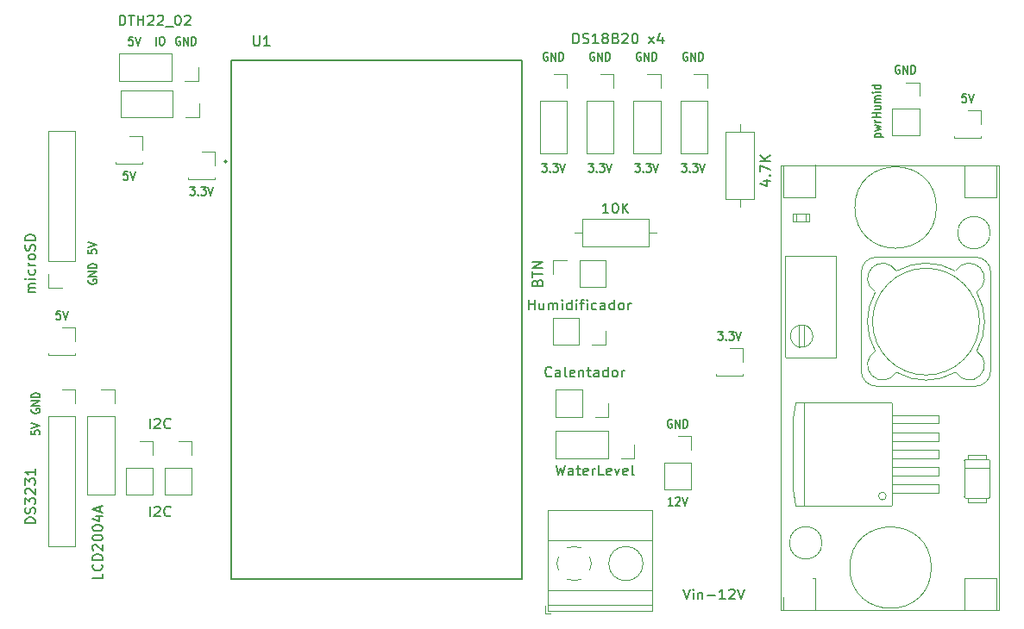
<source format=gbr>
%TF.GenerationSoftware,KiCad,Pcbnew,7.0.1*%
%TF.CreationDate,2023-06-27T15:57:40-05:00*%
%TF.ProjectId,ChocoBox,43686f63-6f42-46f7-982e-6b696361645f,rev?*%
%TF.SameCoordinates,Original*%
%TF.FileFunction,Legend,Top*%
%TF.FilePolarity,Positive*%
%FSLAX46Y46*%
G04 Gerber Fmt 4.6, Leading zero omitted, Abs format (unit mm)*
G04 Created by KiCad (PCBNEW 7.0.1) date 2023-06-27 15:57:40*
%MOMM*%
%LPD*%
G01*
G04 APERTURE LIST*
%ADD10C,0.150000*%
%ADD11C,0.120000*%
%ADD12C,0.127000*%
%ADD13C,0.200000*%
G04 APERTURE END LIST*
D10*
X81188856Y-54915227D02*
X81653142Y-54915227D01*
X81653142Y-54915227D02*
X81403142Y-55239036D01*
X81403142Y-55239036D02*
X81510285Y-55239036D01*
X81510285Y-55239036D02*
X81581714Y-55279512D01*
X81581714Y-55279512D02*
X81617428Y-55319989D01*
X81617428Y-55319989D02*
X81653142Y-55400941D01*
X81653142Y-55400941D02*
X81653142Y-55603322D01*
X81653142Y-55603322D02*
X81617428Y-55684274D01*
X81617428Y-55684274D02*
X81581714Y-55724751D01*
X81581714Y-55724751D02*
X81510285Y-55765227D01*
X81510285Y-55765227D02*
X81295999Y-55765227D01*
X81295999Y-55765227D02*
X81224571Y-55724751D01*
X81224571Y-55724751D02*
X81188856Y-55684274D01*
X81974571Y-55684274D02*
X82010285Y-55724751D01*
X82010285Y-55724751D02*
X81974571Y-55765227D01*
X81974571Y-55765227D02*
X81938857Y-55724751D01*
X81938857Y-55724751D02*
X81974571Y-55684274D01*
X81974571Y-55684274D02*
X81974571Y-55765227D01*
X82260285Y-54915227D02*
X82724571Y-54915227D01*
X82724571Y-54915227D02*
X82474571Y-55239036D01*
X82474571Y-55239036D02*
X82581714Y-55239036D01*
X82581714Y-55239036D02*
X82653143Y-55279512D01*
X82653143Y-55279512D02*
X82688857Y-55319989D01*
X82688857Y-55319989D02*
X82724571Y-55400941D01*
X82724571Y-55400941D02*
X82724571Y-55603322D01*
X82724571Y-55603322D02*
X82688857Y-55684274D01*
X82688857Y-55684274D02*
X82653143Y-55724751D01*
X82653143Y-55724751D02*
X82581714Y-55765227D01*
X82581714Y-55765227D02*
X82367428Y-55765227D01*
X82367428Y-55765227D02*
X82296000Y-55724751D01*
X82296000Y-55724751D02*
X82260285Y-55684274D01*
X82938857Y-54915227D02*
X83188857Y-55765227D01*
X83188857Y-55765227D02*
X83438857Y-54915227D01*
X120304856Y-52629227D02*
X120769142Y-52629227D01*
X120769142Y-52629227D02*
X120519142Y-52953036D01*
X120519142Y-52953036D02*
X120626285Y-52953036D01*
X120626285Y-52953036D02*
X120697714Y-52993512D01*
X120697714Y-52993512D02*
X120733428Y-53033989D01*
X120733428Y-53033989D02*
X120769142Y-53114941D01*
X120769142Y-53114941D02*
X120769142Y-53317322D01*
X120769142Y-53317322D02*
X120733428Y-53398274D01*
X120733428Y-53398274D02*
X120697714Y-53438751D01*
X120697714Y-53438751D02*
X120626285Y-53479227D01*
X120626285Y-53479227D02*
X120411999Y-53479227D01*
X120411999Y-53479227D02*
X120340571Y-53438751D01*
X120340571Y-53438751D02*
X120304856Y-53398274D01*
X121090571Y-53398274D02*
X121126285Y-53438751D01*
X121126285Y-53438751D02*
X121090571Y-53479227D01*
X121090571Y-53479227D02*
X121054857Y-53438751D01*
X121054857Y-53438751D02*
X121090571Y-53398274D01*
X121090571Y-53398274D02*
X121090571Y-53479227D01*
X121376285Y-52629227D02*
X121840571Y-52629227D01*
X121840571Y-52629227D02*
X121590571Y-52953036D01*
X121590571Y-52953036D02*
X121697714Y-52953036D01*
X121697714Y-52953036D02*
X121769143Y-52993512D01*
X121769143Y-52993512D02*
X121804857Y-53033989D01*
X121804857Y-53033989D02*
X121840571Y-53114941D01*
X121840571Y-53114941D02*
X121840571Y-53317322D01*
X121840571Y-53317322D02*
X121804857Y-53398274D01*
X121804857Y-53398274D02*
X121769143Y-53438751D01*
X121769143Y-53438751D02*
X121697714Y-53479227D01*
X121697714Y-53479227D02*
X121483428Y-53479227D01*
X121483428Y-53479227D02*
X121412000Y-53438751D01*
X121412000Y-53438751D02*
X121376285Y-53398274D01*
X122054857Y-52629227D02*
X122304857Y-53479227D01*
X122304857Y-53479227D02*
X122554857Y-52629227D01*
X125412571Y-41747703D02*
X125341143Y-41707227D01*
X125341143Y-41707227D02*
X125234000Y-41707227D01*
X125234000Y-41707227D02*
X125126857Y-41747703D01*
X125126857Y-41747703D02*
X125055428Y-41828655D01*
X125055428Y-41828655D02*
X125019714Y-41909608D01*
X125019714Y-41909608D02*
X124984000Y-42071512D01*
X124984000Y-42071512D02*
X124984000Y-42192941D01*
X124984000Y-42192941D02*
X125019714Y-42354846D01*
X125019714Y-42354846D02*
X125055428Y-42435798D01*
X125055428Y-42435798D02*
X125126857Y-42516751D01*
X125126857Y-42516751D02*
X125234000Y-42557227D01*
X125234000Y-42557227D02*
X125305428Y-42557227D01*
X125305428Y-42557227D02*
X125412571Y-42516751D01*
X125412571Y-42516751D02*
X125448285Y-42476274D01*
X125448285Y-42476274D02*
X125448285Y-42192941D01*
X125448285Y-42192941D02*
X125305428Y-42192941D01*
X125769714Y-42557227D02*
X125769714Y-41707227D01*
X125769714Y-41707227D02*
X126198285Y-42557227D01*
X126198285Y-42557227D02*
X126198285Y-41707227D01*
X126555428Y-42557227D02*
X126555428Y-41707227D01*
X126555428Y-41707227D02*
X126733999Y-41707227D01*
X126733999Y-41707227D02*
X126841142Y-41747703D01*
X126841142Y-41747703D02*
X126912571Y-41828655D01*
X126912571Y-41828655D02*
X126948285Y-41909608D01*
X126948285Y-41909608D02*
X126983999Y-42071512D01*
X126983999Y-42071512D02*
X126983999Y-42192941D01*
X126983999Y-42192941D02*
X126948285Y-42354846D01*
X126948285Y-42354846D02*
X126912571Y-42435798D01*
X126912571Y-42435798D02*
X126841142Y-42516751D01*
X126841142Y-42516751D02*
X126733999Y-42557227D01*
X126733999Y-42557227D02*
X126555428Y-42557227D01*
X128460571Y-77815703D02*
X128389143Y-77775227D01*
X128389143Y-77775227D02*
X128282000Y-77775227D01*
X128282000Y-77775227D02*
X128174857Y-77815703D01*
X128174857Y-77815703D02*
X128103428Y-77896655D01*
X128103428Y-77896655D02*
X128067714Y-77977608D01*
X128067714Y-77977608D02*
X128032000Y-78139512D01*
X128032000Y-78139512D02*
X128032000Y-78260941D01*
X128032000Y-78260941D02*
X128067714Y-78422846D01*
X128067714Y-78422846D02*
X128103428Y-78503798D01*
X128103428Y-78503798D02*
X128174857Y-78584751D01*
X128174857Y-78584751D02*
X128282000Y-78625227D01*
X128282000Y-78625227D02*
X128353428Y-78625227D01*
X128353428Y-78625227D02*
X128460571Y-78584751D01*
X128460571Y-78584751D02*
X128496285Y-78544274D01*
X128496285Y-78544274D02*
X128496285Y-78260941D01*
X128496285Y-78260941D02*
X128353428Y-78260941D01*
X128817714Y-78625227D02*
X128817714Y-77775227D01*
X128817714Y-77775227D02*
X129246285Y-78625227D01*
X129246285Y-78625227D02*
X129246285Y-77775227D01*
X129603428Y-78625227D02*
X129603428Y-77775227D01*
X129603428Y-77775227D02*
X129781999Y-77775227D01*
X129781999Y-77775227D02*
X129889142Y-77815703D01*
X129889142Y-77815703D02*
X129960571Y-77896655D01*
X129960571Y-77896655D02*
X129996285Y-77977608D01*
X129996285Y-77977608D02*
X130031999Y-78139512D01*
X130031999Y-78139512D02*
X130031999Y-78260941D01*
X130031999Y-78260941D02*
X129996285Y-78422846D01*
X129996285Y-78422846D02*
X129960571Y-78503798D01*
X129960571Y-78503798D02*
X129889142Y-78584751D01*
X129889142Y-78584751D02*
X129781999Y-78625227D01*
X129781999Y-78625227D02*
X129603428Y-78625227D01*
X71171227Y-61102856D02*
X71171227Y-61459999D01*
X71171227Y-61459999D02*
X71575989Y-61495713D01*
X71575989Y-61495713D02*
X71535512Y-61459999D01*
X71535512Y-61459999D02*
X71495036Y-61388571D01*
X71495036Y-61388571D02*
X71495036Y-61209999D01*
X71495036Y-61209999D02*
X71535512Y-61138571D01*
X71535512Y-61138571D02*
X71575989Y-61102856D01*
X71575989Y-61102856D02*
X71656941Y-61067142D01*
X71656941Y-61067142D02*
X71859322Y-61067142D01*
X71859322Y-61067142D02*
X71940274Y-61102856D01*
X71940274Y-61102856D02*
X71980751Y-61138571D01*
X71980751Y-61138571D02*
X72021227Y-61209999D01*
X72021227Y-61209999D02*
X72021227Y-61388571D01*
X72021227Y-61388571D02*
X71980751Y-61459999D01*
X71980751Y-61459999D02*
X71940274Y-61495713D01*
X71171227Y-60852856D02*
X72021227Y-60602856D01*
X72021227Y-60602856D02*
X71171227Y-60352856D01*
X68437143Y-67107227D02*
X68080000Y-67107227D01*
X68080000Y-67107227D02*
X68044286Y-67511989D01*
X68044286Y-67511989D02*
X68080000Y-67471512D01*
X68080000Y-67471512D02*
X68151429Y-67431036D01*
X68151429Y-67431036D02*
X68330000Y-67431036D01*
X68330000Y-67431036D02*
X68401429Y-67471512D01*
X68401429Y-67471512D02*
X68437143Y-67511989D01*
X68437143Y-67511989D02*
X68472857Y-67592941D01*
X68472857Y-67592941D02*
X68472857Y-67795322D01*
X68472857Y-67795322D02*
X68437143Y-67876274D01*
X68437143Y-67876274D02*
X68401429Y-67916751D01*
X68401429Y-67916751D02*
X68330000Y-67957227D01*
X68330000Y-67957227D02*
X68151429Y-67957227D01*
X68151429Y-67957227D02*
X68080000Y-67916751D01*
X68080000Y-67916751D02*
X68044286Y-67876274D01*
X68687143Y-67107227D02*
X68937143Y-67957227D01*
X68937143Y-67957227D02*
X69187143Y-67107227D01*
X133004856Y-69139227D02*
X133469142Y-69139227D01*
X133469142Y-69139227D02*
X133219142Y-69463036D01*
X133219142Y-69463036D02*
X133326285Y-69463036D01*
X133326285Y-69463036D02*
X133397714Y-69503512D01*
X133397714Y-69503512D02*
X133433428Y-69543989D01*
X133433428Y-69543989D02*
X133469142Y-69624941D01*
X133469142Y-69624941D02*
X133469142Y-69827322D01*
X133469142Y-69827322D02*
X133433428Y-69908274D01*
X133433428Y-69908274D02*
X133397714Y-69948751D01*
X133397714Y-69948751D02*
X133326285Y-69989227D01*
X133326285Y-69989227D02*
X133111999Y-69989227D01*
X133111999Y-69989227D02*
X133040571Y-69948751D01*
X133040571Y-69948751D02*
X133004856Y-69908274D01*
X133790571Y-69908274D02*
X133826285Y-69948751D01*
X133826285Y-69948751D02*
X133790571Y-69989227D01*
X133790571Y-69989227D02*
X133754857Y-69948751D01*
X133754857Y-69948751D02*
X133790571Y-69908274D01*
X133790571Y-69908274D02*
X133790571Y-69989227D01*
X134076285Y-69139227D02*
X134540571Y-69139227D01*
X134540571Y-69139227D02*
X134290571Y-69463036D01*
X134290571Y-69463036D02*
X134397714Y-69463036D01*
X134397714Y-69463036D02*
X134469143Y-69503512D01*
X134469143Y-69503512D02*
X134504857Y-69543989D01*
X134504857Y-69543989D02*
X134540571Y-69624941D01*
X134540571Y-69624941D02*
X134540571Y-69827322D01*
X134540571Y-69827322D02*
X134504857Y-69908274D01*
X134504857Y-69908274D02*
X134469143Y-69948751D01*
X134469143Y-69948751D02*
X134397714Y-69989227D01*
X134397714Y-69989227D02*
X134183428Y-69989227D01*
X134183428Y-69989227D02*
X134112000Y-69948751D01*
X134112000Y-69948751D02*
X134076285Y-69908274D01*
X134754857Y-69139227D02*
X135004857Y-69989227D01*
X135004857Y-69989227D02*
X135254857Y-69139227D01*
X128567714Y-86245227D02*
X128139143Y-86245227D01*
X128353428Y-86245227D02*
X128353428Y-85395227D01*
X128353428Y-85395227D02*
X128282000Y-85516655D01*
X128282000Y-85516655D02*
X128210571Y-85597608D01*
X128210571Y-85597608D02*
X128139143Y-85638084D01*
X128853429Y-85476179D02*
X128889143Y-85435703D01*
X128889143Y-85435703D02*
X128960572Y-85395227D01*
X128960572Y-85395227D02*
X129139143Y-85395227D01*
X129139143Y-85395227D02*
X129210572Y-85435703D01*
X129210572Y-85435703D02*
X129246286Y-85476179D01*
X129246286Y-85476179D02*
X129282000Y-85557131D01*
X129282000Y-85557131D02*
X129282000Y-85638084D01*
X129282000Y-85638084D02*
X129246286Y-85759512D01*
X129246286Y-85759512D02*
X128817714Y-86245227D01*
X128817714Y-86245227D02*
X129282000Y-86245227D01*
X129496286Y-85395227D02*
X129746286Y-86245227D01*
X129746286Y-86245227D02*
X129996286Y-85395227D01*
X157337143Y-45771227D02*
X156980000Y-45771227D01*
X156980000Y-45771227D02*
X156944286Y-46175989D01*
X156944286Y-46175989D02*
X156980000Y-46135512D01*
X156980000Y-46135512D02*
X157051429Y-46095036D01*
X157051429Y-46095036D02*
X157230000Y-46095036D01*
X157230000Y-46095036D02*
X157301429Y-46135512D01*
X157301429Y-46135512D02*
X157337143Y-46175989D01*
X157337143Y-46175989D02*
X157372857Y-46256941D01*
X157372857Y-46256941D02*
X157372857Y-46459322D01*
X157372857Y-46459322D02*
X157337143Y-46540274D01*
X157337143Y-46540274D02*
X157301429Y-46580751D01*
X157301429Y-46580751D02*
X157230000Y-46621227D01*
X157230000Y-46621227D02*
X157051429Y-46621227D01*
X157051429Y-46621227D02*
X156980000Y-46580751D01*
X156980000Y-46580751D02*
X156944286Y-46540274D01*
X157587143Y-45771227D02*
X157837143Y-46621227D01*
X157837143Y-46621227D02*
X158087143Y-45771227D01*
X65583227Y-78882856D02*
X65583227Y-79239999D01*
X65583227Y-79239999D02*
X65987989Y-79275713D01*
X65987989Y-79275713D02*
X65947512Y-79239999D01*
X65947512Y-79239999D02*
X65907036Y-79168571D01*
X65907036Y-79168571D02*
X65907036Y-78989999D01*
X65907036Y-78989999D02*
X65947512Y-78918571D01*
X65947512Y-78918571D02*
X65987989Y-78882856D01*
X65987989Y-78882856D02*
X66068941Y-78847142D01*
X66068941Y-78847142D02*
X66271322Y-78847142D01*
X66271322Y-78847142D02*
X66352274Y-78882856D01*
X66352274Y-78882856D02*
X66392751Y-78918571D01*
X66392751Y-78918571D02*
X66433227Y-78989999D01*
X66433227Y-78989999D02*
X66433227Y-79168571D01*
X66433227Y-79168571D02*
X66392751Y-79239999D01*
X66392751Y-79239999D02*
X66352274Y-79275713D01*
X65583227Y-78632856D02*
X66433227Y-78382856D01*
X66433227Y-78382856D02*
X65583227Y-78132856D01*
X71211703Y-64071428D02*
X71171227Y-64142857D01*
X71171227Y-64142857D02*
X71171227Y-64249999D01*
X71171227Y-64249999D02*
X71211703Y-64357142D01*
X71211703Y-64357142D02*
X71292655Y-64428571D01*
X71292655Y-64428571D02*
X71373608Y-64464285D01*
X71373608Y-64464285D02*
X71535512Y-64499999D01*
X71535512Y-64499999D02*
X71656941Y-64499999D01*
X71656941Y-64499999D02*
X71818846Y-64464285D01*
X71818846Y-64464285D02*
X71899798Y-64428571D01*
X71899798Y-64428571D02*
X71980751Y-64357142D01*
X71980751Y-64357142D02*
X72021227Y-64249999D01*
X72021227Y-64249999D02*
X72021227Y-64178571D01*
X72021227Y-64178571D02*
X71980751Y-64071428D01*
X71980751Y-64071428D02*
X71940274Y-64035714D01*
X71940274Y-64035714D02*
X71656941Y-64035714D01*
X71656941Y-64035714D02*
X71656941Y-64178571D01*
X72021227Y-63714285D02*
X71171227Y-63714285D01*
X71171227Y-63714285D02*
X72021227Y-63285714D01*
X72021227Y-63285714D02*
X71171227Y-63285714D01*
X72021227Y-62928571D02*
X71171227Y-62928571D01*
X71171227Y-62928571D02*
X71171227Y-62750000D01*
X71171227Y-62750000D02*
X71211703Y-62642857D01*
X71211703Y-62642857D02*
X71292655Y-62571428D01*
X71292655Y-62571428D02*
X71373608Y-62535714D01*
X71373608Y-62535714D02*
X71535512Y-62500000D01*
X71535512Y-62500000D02*
X71656941Y-62500000D01*
X71656941Y-62500000D02*
X71818846Y-62535714D01*
X71818846Y-62535714D02*
X71899798Y-62571428D01*
X71899798Y-62571428D02*
X71980751Y-62642857D01*
X71980751Y-62642857D02*
X72021227Y-62750000D01*
X72021227Y-62750000D02*
X72021227Y-62928571D01*
X65623703Y-76771428D02*
X65583227Y-76842857D01*
X65583227Y-76842857D02*
X65583227Y-76949999D01*
X65583227Y-76949999D02*
X65623703Y-77057142D01*
X65623703Y-77057142D02*
X65704655Y-77128571D01*
X65704655Y-77128571D02*
X65785608Y-77164285D01*
X65785608Y-77164285D02*
X65947512Y-77199999D01*
X65947512Y-77199999D02*
X66068941Y-77199999D01*
X66068941Y-77199999D02*
X66230846Y-77164285D01*
X66230846Y-77164285D02*
X66311798Y-77128571D01*
X66311798Y-77128571D02*
X66392751Y-77057142D01*
X66392751Y-77057142D02*
X66433227Y-76949999D01*
X66433227Y-76949999D02*
X66433227Y-76878571D01*
X66433227Y-76878571D02*
X66392751Y-76771428D01*
X66392751Y-76771428D02*
X66352274Y-76735714D01*
X66352274Y-76735714D02*
X66068941Y-76735714D01*
X66068941Y-76735714D02*
X66068941Y-76878571D01*
X66433227Y-76414285D02*
X65583227Y-76414285D01*
X65583227Y-76414285D02*
X66433227Y-75985714D01*
X66433227Y-75985714D02*
X65583227Y-75985714D01*
X66433227Y-75628571D02*
X65583227Y-75628571D01*
X65583227Y-75628571D02*
X65583227Y-75450000D01*
X65583227Y-75450000D02*
X65623703Y-75342857D01*
X65623703Y-75342857D02*
X65704655Y-75271428D01*
X65704655Y-75271428D02*
X65785608Y-75235714D01*
X65785608Y-75235714D02*
X65947512Y-75200000D01*
X65947512Y-75200000D02*
X66068941Y-75200000D01*
X66068941Y-75200000D02*
X66230846Y-75235714D01*
X66230846Y-75235714D02*
X66311798Y-75271428D01*
X66311798Y-75271428D02*
X66392751Y-75342857D01*
X66392751Y-75342857D02*
X66433227Y-75450000D01*
X66433227Y-75450000D02*
X66433227Y-75628571D01*
X80200571Y-40223703D02*
X80129143Y-40183227D01*
X80129143Y-40183227D02*
X80022000Y-40183227D01*
X80022000Y-40183227D02*
X79914857Y-40223703D01*
X79914857Y-40223703D02*
X79843428Y-40304655D01*
X79843428Y-40304655D02*
X79807714Y-40385608D01*
X79807714Y-40385608D02*
X79772000Y-40547512D01*
X79772000Y-40547512D02*
X79772000Y-40668941D01*
X79772000Y-40668941D02*
X79807714Y-40830846D01*
X79807714Y-40830846D02*
X79843428Y-40911798D01*
X79843428Y-40911798D02*
X79914857Y-40992751D01*
X79914857Y-40992751D02*
X80022000Y-41033227D01*
X80022000Y-41033227D02*
X80093428Y-41033227D01*
X80093428Y-41033227D02*
X80200571Y-40992751D01*
X80200571Y-40992751D02*
X80236285Y-40952274D01*
X80236285Y-40952274D02*
X80236285Y-40668941D01*
X80236285Y-40668941D02*
X80093428Y-40668941D01*
X80557714Y-41033227D02*
X80557714Y-40183227D01*
X80557714Y-40183227D02*
X80986285Y-41033227D01*
X80986285Y-41033227D02*
X80986285Y-40183227D01*
X81343428Y-41033227D02*
X81343428Y-40183227D01*
X81343428Y-40183227D02*
X81521999Y-40183227D01*
X81521999Y-40183227D02*
X81629142Y-40223703D01*
X81629142Y-40223703D02*
X81700571Y-40304655D01*
X81700571Y-40304655D02*
X81736285Y-40385608D01*
X81736285Y-40385608D02*
X81771999Y-40547512D01*
X81771999Y-40547512D02*
X81771999Y-40668941D01*
X81771999Y-40668941D02*
X81736285Y-40830846D01*
X81736285Y-40830846D02*
X81700571Y-40911798D01*
X81700571Y-40911798D02*
X81629142Y-40992751D01*
X81629142Y-40992751D02*
X81521999Y-41033227D01*
X81521999Y-41033227D02*
X81343428Y-41033227D01*
X77839143Y-41033227D02*
X77839143Y-40183227D01*
X78339143Y-40183227D02*
X78482000Y-40183227D01*
X78482000Y-40183227D02*
X78553429Y-40223703D01*
X78553429Y-40223703D02*
X78624857Y-40304655D01*
X78624857Y-40304655D02*
X78660572Y-40466560D01*
X78660572Y-40466560D02*
X78660572Y-40749893D01*
X78660572Y-40749893D02*
X78624857Y-40911798D01*
X78624857Y-40911798D02*
X78553429Y-40992751D01*
X78553429Y-40992751D02*
X78482000Y-41033227D01*
X78482000Y-41033227D02*
X78339143Y-41033227D01*
X78339143Y-41033227D02*
X78267715Y-40992751D01*
X78267715Y-40992751D02*
X78196286Y-40911798D01*
X78196286Y-40911798D02*
X78160572Y-40749893D01*
X78160572Y-40749893D02*
X78160572Y-40466560D01*
X78160572Y-40466560D02*
X78196286Y-40304655D01*
X78196286Y-40304655D02*
X78267715Y-40223703D01*
X78267715Y-40223703D02*
X78339143Y-40183227D01*
X150812571Y-43017703D02*
X150741143Y-42977227D01*
X150741143Y-42977227D02*
X150634000Y-42977227D01*
X150634000Y-42977227D02*
X150526857Y-43017703D01*
X150526857Y-43017703D02*
X150455428Y-43098655D01*
X150455428Y-43098655D02*
X150419714Y-43179608D01*
X150419714Y-43179608D02*
X150384000Y-43341512D01*
X150384000Y-43341512D02*
X150384000Y-43462941D01*
X150384000Y-43462941D02*
X150419714Y-43624846D01*
X150419714Y-43624846D02*
X150455428Y-43705798D01*
X150455428Y-43705798D02*
X150526857Y-43786751D01*
X150526857Y-43786751D02*
X150634000Y-43827227D01*
X150634000Y-43827227D02*
X150705428Y-43827227D01*
X150705428Y-43827227D02*
X150812571Y-43786751D01*
X150812571Y-43786751D02*
X150848285Y-43746274D01*
X150848285Y-43746274D02*
X150848285Y-43462941D01*
X150848285Y-43462941D02*
X150705428Y-43462941D01*
X151169714Y-43827227D02*
X151169714Y-42977227D01*
X151169714Y-42977227D02*
X151598285Y-43827227D01*
X151598285Y-43827227D02*
X151598285Y-42977227D01*
X151955428Y-43827227D02*
X151955428Y-42977227D01*
X151955428Y-42977227D02*
X152133999Y-42977227D01*
X152133999Y-42977227D02*
X152241142Y-43017703D01*
X152241142Y-43017703D02*
X152312571Y-43098655D01*
X152312571Y-43098655D02*
X152348285Y-43179608D01*
X152348285Y-43179608D02*
X152383999Y-43341512D01*
X152383999Y-43341512D02*
X152383999Y-43462941D01*
X152383999Y-43462941D02*
X152348285Y-43624846D01*
X152348285Y-43624846D02*
X152312571Y-43705798D01*
X152312571Y-43705798D02*
X152241142Y-43786751D01*
X152241142Y-43786751D02*
X152133999Y-43827227D01*
X152133999Y-43827227D02*
X151955428Y-43827227D01*
X115254809Y-64333333D02*
X115302428Y-64190476D01*
X115302428Y-64190476D02*
X115350047Y-64142857D01*
X115350047Y-64142857D02*
X115445285Y-64095238D01*
X115445285Y-64095238D02*
X115588142Y-64095238D01*
X115588142Y-64095238D02*
X115683380Y-64142857D01*
X115683380Y-64142857D02*
X115731000Y-64190476D01*
X115731000Y-64190476D02*
X115778619Y-64285714D01*
X115778619Y-64285714D02*
X115778619Y-64666666D01*
X115778619Y-64666666D02*
X114778619Y-64666666D01*
X114778619Y-64666666D02*
X114778619Y-64333333D01*
X114778619Y-64333333D02*
X114826238Y-64238095D01*
X114826238Y-64238095D02*
X114873857Y-64190476D01*
X114873857Y-64190476D02*
X114969095Y-64142857D01*
X114969095Y-64142857D02*
X115064333Y-64142857D01*
X115064333Y-64142857D02*
X115159571Y-64190476D01*
X115159571Y-64190476D02*
X115207190Y-64238095D01*
X115207190Y-64238095D02*
X115254809Y-64333333D01*
X115254809Y-64333333D02*
X115254809Y-64666666D01*
X114778619Y-63809523D02*
X114778619Y-63238095D01*
X115778619Y-63523809D02*
X114778619Y-63523809D01*
X115778619Y-62904761D02*
X114778619Y-62904761D01*
X114778619Y-62904761D02*
X115778619Y-62333333D01*
X115778619Y-62333333D02*
X114778619Y-62333333D01*
X118785238Y-40848619D02*
X118785238Y-39848619D01*
X118785238Y-39848619D02*
X119023333Y-39848619D01*
X119023333Y-39848619D02*
X119166190Y-39896238D01*
X119166190Y-39896238D02*
X119261428Y-39991476D01*
X119261428Y-39991476D02*
X119309047Y-40086714D01*
X119309047Y-40086714D02*
X119356666Y-40277190D01*
X119356666Y-40277190D02*
X119356666Y-40420047D01*
X119356666Y-40420047D02*
X119309047Y-40610523D01*
X119309047Y-40610523D02*
X119261428Y-40705761D01*
X119261428Y-40705761D02*
X119166190Y-40801000D01*
X119166190Y-40801000D02*
X119023333Y-40848619D01*
X119023333Y-40848619D02*
X118785238Y-40848619D01*
X119737619Y-40801000D02*
X119880476Y-40848619D01*
X119880476Y-40848619D02*
X120118571Y-40848619D01*
X120118571Y-40848619D02*
X120213809Y-40801000D01*
X120213809Y-40801000D02*
X120261428Y-40753380D01*
X120261428Y-40753380D02*
X120309047Y-40658142D01*
X120309047Y-40658142D02*
X120309047Y-40562904D01*
X120309047Y-40562904D02*
X120261428Y-40467666D01*
X120261428Y-40467666D02*
X120213809Y-40420047D01*
X120213809Y-40420047D02*
X120118571Y-40372428D01*
X120118571Y-40372428D02*
X119928095Y-40324809D01*
X119928095Y-40324809D02*
X119832857Y-40277190D01*
X119832857Y-40277190D02*
X119785238Y-40229571D01*
X119785238Y-40229571D02*
X119737619Y-40134333D01*
X119737619Y-40134333D02*
X119737619Y-40039095D01*
X119737619Y-40039095D02*
X119785238Y-39943857D01*
X119785238Y-39943857D02*
X119832857Y-39896238D01*
X119832857Y-39896238D02*
X119928095Y-39848619D01*
X119928095Y-39848619D02*
X120166190Y-39848619D01*
X120166190Y-39848619D02*
X120309047Y-39896238D01*
X121261428Y-40848619D02*
X120690000Y-40848619D01*
X120975714Y-40848619D02*
X120975714Y-39848619D01*
X120975714Y-39848619D02*
X120880476Y-39991476D01*
X120880476Y-39991476D02*
X120785238Y-40086714D01*
X120785238Y-40086714D02*
X120690000Y-40134333D01*
X121832857Y-40277190D02*
X121737619Y-40229571D01*
X121737619Y-40229571D02*
X121690000Y-40181952D01*
X121690000Y-40181952D02*
X121642381Y-40086714D01*
X121642381Y-40086714D02*
X121642381Y-40039095D01*
X121642381Y-40039095D02*
X121690000Y-39943857D01*
X121690000Y-39943857D02*
X121737619Y-39896238D01*
X121737619Y-39896238D02*
X121832857Y-39848619D01*
X121832857Y-39848619D02*
X122023333Y-39848619D01*
X122023333Y-39848619D02*
X122118571Y-39896238D01*
X122118571Y-39896238D02*
X122166190Y-39943857D01*
X122166190Y-39943857D02*
X122213809Y-40039095D01*
X122213809Y-40039095D02*
X122213809Y-40086714D01*
X122213809Y-40086714D02*
X122166190Y-40181952D01*
X122166190Y-40181952D02*
X122118571Y-40229571D01*
X122118571Y-40229571D02*
X122023333Y-40277190D01*
X122023333Y-40277190D02*
X121832857Y-40277190D01*
X121832857Y-40277190D02*
X121737619Y-40324809D01*
X121737619Y-40324809D02*
X121690000Y-40372428D01*
X121690000Y-40372428D02*
X121642381Y-40467666D01*
X121642381Y-40467666D02*
X121642381Y-40658142D01*
X121642381Y-40658142D02*
X121690000Y-40753380D01*
X121690000Y-40753380D02*
X121737619Y-40801000D01*
X121737619Y-40801000D02*
X121832857Y-40848619D01*
X121832857Y-40848619D02*
X122023333Y-40848619D01*
X122023333Y-40848619D02*
X122118571Y-40801000D01*
X122118571Y-40801000D02*
X122166190Y-40753380D01*
X122166190Y-40753380D02*
X122213809Y-40658142D01*
X122213809Y-40658142D02*
X122213809Y-40467666D01*
X122213809Y-40467666D02*
X122166190Y-40372428D01*
X122166190Y-40372428D02*
X122118571Y-40324809D01*
X122118571Y-40324809D02*
X122023333Y-40277190D01*
X122975714Y-40324809D02*
X123118571Y-40372428D01*
X123118571Y-40372428D02*
X123166190Y-40420047D01*
X123166190Y-40420047D02*
X123213809Y-40515285D01*
X123213809Y-40515285D02*
X123213809Y-40658142D01*
X123213809Y-40658142D02*
X123166190Y-40753380D01*
X123166190Y-40753380D02*
X123118571Y-40801000D01*
X123118571Y-40801000D02*
X123023333Y-40848619D01*
X123023333Y-40848619D02*
X122642381Y-40848619D01*
X122642381Y-40848619D02*
X122642381Y-39848619D01*
X122642381Y-39848619D02*
X122975714Y-39848619D01*
X122975714Y-39848619D02*
X123070952Y-39896238D01*
X123070952Y-39896238D02*
X123118571Y-39943857D01*
X123118571Y-39943857D02*
X123166190Y-40039095D01*
X123166190Y-40039095D02*
X123166190Y-40134333D01*
X123166190Y-40134333D02*
X123118571Y-40229571D01*
X123118571Y-40229571D02*
X123070952Y-40277190D01*
X123070952Y-40277190D02*
X122975714Y-40324809D01*
X122975714Y-40324809D02*
X122642381Y-40324809D01*
X123594762Y-39943857D02*
X123642381Y-39896238D01*
X123642381Y-39896238D02*
X123737619Y-39848619D01*
X123737619Y-39848619D02*
X123975714Y-39848619D01*
X123975714Y-39848619D02*
X124070952Y-39896238D01*
X124070952Y-39896238D02*
X124118571Y-39943857D01*
X124118571Y-39943857D02*
X124166190Y-40039095D01*
X124166190Y-40039095D02*
X124166190Y-40134333D01*
X124166190Y-40134333D02*
X124118571Y-40277190D01*
X124118571Y-40277190D02*
X123547143Y-40848619D01*
X123547143Y-40848619D02*
X124166190Y-40848619D01*
X124785238Y-39848619D02*
X124880476Y-39848619D01*
X124880476Y-39848619D02*
X124975714Y-39896238D01*
X124975714Y-39896238D02*
X125023333Y-39943857D01*
X125023333Y-39943857D02*
X125070952Y-40039095D01*
X125070952Y-40039095D02*
X125118571Y-40229571D01*
X125118571Y-40229571D02*
X125118571Y-40467666D01*
X125118571Y-40467666D02*
X125070952Y-40658142D01*
X125070952Y-40658142D02*
X125023333Y-40753380D01*
X125023333Y-40753380D02*
X124975714Y-40801000D01*
X124975714Y-40801000D02*
X124880476Y-40848619D01*
X124880476Y-40848619D02*
X124785238Y-40848619D01*
X124785238Y-40848619D02*
X124690000Y-40801000D01*
X124690000Y-40801000D02*
X124642381Y-40753380D01*
X124642381Y-40753380D02*
X124594762Y-40658142D01*
X124594762Y-40658142D02*
X124547143Y-40467666D01*
X124547143Y-40467666D02*
X124547143Y-40229571D01*
X124547143Y-40229571D02*
X124594762Y-40039095D01*
X124594762Y-40039095D02*
X124642381Y-39943857D01*
X124642381Y-39943857D02*
X124690000Y-39896238D01*
X124690000Y-39896238D02*
X124785238Y-39848619D01*
X126213810Y-40848619D02*
X126737619Y-40181952D01*
X126213810Y-40181952D02*
X126737619Y-40848619D01*
X127547143Y-40181952D02*
X127547143Y-40848619D01*
X127309048Y-39801000D02*
X127070953Y-40515285D01*
X127070953Y-40515285D02*
X127690000Y-40515285D01*
X75041143Y-53391227D02*
X74684000Y-53391227D01*
X74684000Y-53391227D02*
X74648286Y-53795989D01*
X74648286Y-53795989D02*
X74684000Y-53755512D01*
X74684000Y-53755512D02*
X74755429Y-53715036D01*
X74755429Y-53715036D02*
X74934000Y-53715036D01*
X74934000Y-53715036D02*
X75005429Y-53755512D01*
X75005429Y-53755512D02*
X75041143Y-53795989D01*
X75041143Y-53795989D02*
X75076857Y-53876941D01*
X75076857Y-53876941D02*
X75076857Y-54079322D01*
X75076857Y-54079322D02*
X75041143Y-54160274D01*
X75041143Y-54160274D02*
X75005429Y-54200751D01*
X75005429Y-54200751D02*
X74934000Y-54241227D01*
X74934000Y-54241227D02*
X74755429Y-54241227D01*
X74755429Y-54241227D02*
X74684000Y-54200751D01*
X74684000Y-54200751D02*
X74648286Y-54160274D01*
X75291143Y-53391227D02*
X75541143Y-54241227D01*
X75541143Y-54241227D02*
X75791143Y-53391227D01*
X115732856Y-52629227D02*
X116197142Y-52629227D01*
X116197142Y-52629227D02*
X115947142Y-52953036D01*
X115947142Y-52953036D02*
X116054285Y-52953036D01*
X116054285Y-52953036D02*
X116125714Y-52993512D01*
X116125714Y-52993512D02*
X116161428Y-53033989D01*
X116161428Y-53033989D02*
X116197142Y-53114941D01*
X116197142Y-53114941D02*
X116197142Y-53317322D01*
X116197142Y-53317322D02*
X116161428Y-53398274D01*
X116161428Y-53398274D02*
X116125714Y-53438751D01*
X116125714Y-53438751D02*
X116054285Y-53479227D01*
X116054285Y-53479227D02*
X115839999Y-53479227D01*
X115839999Y-53479227D02*
X115768571Y-53438751D01*
X115768571Y-53438751D02*
X115732856Y-53398274D01*
X116518571Y-53398274D02*
X116554285Y-53438751D01*
X116554285Y-53438751D02*
X116518571Y-53479227D01*
X116518571Y-53479227D02*
X116482857Y-53438751D01*
X116482857Y-53438751D02*
X116518571Y-53398274D01*
X116518571Y-53398274D02*
X116518571Y-53479227D01*
X116804285Y-52629227D02*
X117268571Y-52629227D01*
X117268571Y-52629227D02*
X117018571Y-52953036D01*
X117018571Y-52953036D02*
X117125714Y-52953036D01*
X117125714Y-52953036D02*
X117197143Y-52993512D01*
X117197143Y-52993512D02*
X117232857Y-53033989D01*
X117232857Y-53033989D02*
X117268571Y-53114941D01*
X117268571Y-53114941D02*
X117268571Y-53317322D01*
X117268571Y-53317322D02*
X117232857Y-53398274D01*
X117232857Y-53398274D02*
X117197143Y-53438751D01*
X117197143Y-53438751D02*
X117125714Y-53479227D01*
X117125714Y-53479227D02*
X116911428Y-53479227D01*
X116911428Y-53479227D02*
X116840000Y-53438751D01*
X116840000Y-53438751D02*
X116804285Y-53398274D01*
X117482857Y-52629227D02*
X117732857Y-53479227D01*
X117732857Y-53479227D02*
X117982857Y-52629227D01*
X120840571Y-41747703D02*
X120769143Y-41707227D01*
X120769143Y-41707227D02*
X120662000Y-41707227D01*
X120662000Y-41707227D02*
X120554857Y-41747703D01*
X120554857Y-41747703D02*
X120483428Y-41828655D01*
X120483428Y-41828655D02*
X120447714Y-41909608D01*
X120447714Y-41909608D02*
X120412000Y-42071512D01*
X120412000Y-42071512D02*
X120412000Y-42192941D01*
X120412000Y-42192941D02*
X120447714Y-42354846D01*
X120447714Y-42354846D02*
X120483428Y-42435798D01*
X120483428Y-42435798D02*
X120554857Y-42516751D01*
X120554857Y-42516751D02*
X120662000Y-42557227D01*
X120662000Y-42557227D02*
X120733428Y-42557227D01*
X120733428Y-42557227D02*
X120840571Y-42516751D01*
X120840571Y-42516751D02*
X120876285Y-42476274D01*
X120876285Y-42476274D02*
X120876285Y-42192941D01*
X120876285Y-42192941D02*
X120733428Y-42192941D01*
X121197714Y-42557227D02*
X121197714Y-41707227D01*
X121197714Y-41707227D02*
X121626285Y-42557227D01*
X121626285Y-42557227D02*
X121626285Y-41707227D01*
X121983428Y-42557227D02*
X121983428Y-41707227D01*
X121983428Y-41707227D02*
X122161999Y-41707227D01*
X122161999Y-41707227D02*
X122269142Y-41747703D01*
X122269142Y-41747703D02*
X122340571Y-41828655D01*
X122340571Y-41828655D02*
X122376285Y-41909608D01*
X122376285Y-41909608D02*
X122411999Y-42071512D01*
X122411999Y-42071512D02*
X122411999Y-42192941D01*
X122411999Y-42192941D02*
X122376285Y-42354846D01*
X122376285Y-42354846D02*
X122340571Y-42435798D01*
X122340571Y-42435798D02*
X122269142Y-42516751D01*
X122269142Y-42516751D02*
X122161999Y-42557227D01*
X122161999Y-42557227D02*
X121983428Y-42557227D01*
X129984571Y-41747703D02*
X129913143Y-41707227D01*
X129913143Y-41707227D02*
X129806000Y-41707227D01*
X129806000Y-41707227D02*
X129698857Y-41747703D01*
X129698857Y-41747703D02*
X129627428Y-41828655D01*
X129627428Y-41828655D02*
X129591714Y-41909608D01*
X129591714Y-41909608D02*
X129556000Y-42071512D01*
X129556000Y-42071512D02*
X129556000Y-42192941D01*
X129556000Y-42192941D02*
X129591714Y-42354846D01*
X129591714Y-42354846D02*
X129627428Y-42435798D01*
X129627428Y-42435798D02*
X129698857Y-42516751D01*
X129698857Y-42516751D02*
X129806000Y-42557227D01*
X129806000Y-42557227D02*
X129877428Y-42557227D01*
X129877428Y-42557227D02*
X129984571Y-42516751D01*
X129984571Y-42516751D02*
X130020285Y-42476274D01*
X130020285Y-42476274D02*
X130020285Y-42192941D01*
X130020285Y-42192941D02*
X129877428Y-42192941D01*
X130341714Y-42557227D02*
X130341714Y-41707227D01*
X130341714Y-41707227D02*
X130770285Y-42557227D01*
X130770285Y-42557227D02*
X130770285Y-41707227D01*
X131127428Y-42557227D02*
X131127428Y-41707227D01*
X131127428Y-41707227D02*
X131305999Y-41707227D01*
X131305999Y-41707227D02*
X131413142Y-41747703D01*
X131413142Y-41747703D02*
X131484571Y-41828655D01*
X131484571Y-41828655D02*
X131520285Y-41909608D01*
X131520285Y-41909608D02*
X131555999Y-42071512D01*
X131555999Y-42071512D02*
X131555999Y-42192941D01*
X131555999Y-42192941D02*
X131520285Y-42354846D01*
X131520285Y-42354846D02*
X131484571Y-42435798D01*
X131484571Y-42435798D02*
X131413142Y-42516751D01*
X131413142Y-42516751D02*
X131305999Y-42557227D01*
X131305999Y-42557227D02*
X131127428Y-42557227D01*
X148416560Y-50033713D02*
X149266560Y-50033713D01*
X148457036Y-50033713D02*
X148416560Y-49962285D01*
X148416560Y-49962285D02*
X148416560Y-49819427D01*
X148416560Y-49819427D02*
X148457036Y-49747999D01*
X148457036Y-49747999D02*
X148497512Y-49712285D01*
X148497512Y-49712285D02*
X148578465Y-49676570D01*
X148578465Y-49676570D02*
X148821322Y-49676570D01*
X148821322Y-49676570D02*
X148902274Y-49712285D01*
X148902274Y-49712285D02*
X148942751Y-49747999D01*
X148942751Y-49747999D02*
X148983227Y-49819427D01*
X148983227Y-49819427D02*
X148983227Y-49962285D01*
X148983227Y-49962285D02*
X148942751Y-50033713D01*
X148416560Y-49426571D02*
X148983227Y-49283714D01*
X148983227Y-49283714D02*
X148578465Y-49140856D01*
X148578465Y-49140856D02*
X148983227Y-48997999D01*
X148983227Y-48997999D02*
X148416560Y-48855142D01*
X148983227Y-48569428D02*
X148416560Y-48569428D01*
X148578465Y-48569428D02*
X148497512Y-48533714D01*
X148497512Y-48533714D02*
X148457036Y-48498000D01*
X148457036Y-48498000D02*
X148416560Y-48426571D01*
X148416560Y-48426571D02*
X148416560Y-48355142D01*
X148983227Y-48105142D02*
X148133227Y-48105142D01*
X148537989Y-48105142D02*
X148537989Y-47676571D01*
X148983227Y-47676571D02*
X148133227Y-47676571D01*
X148416560Y-46998000D02*
X148983227Y-46998000D01*
X148416560Y-47319428D02*
X148861798Y-47319428D01*
X148861798Y-47319428D02*
X148942751Y-47283714D01*
X148942751Y-47283714D02*
X148983227Y-47212285D01*
X148983227Y-47212285D02*
X148983227Y-47105142D01*
X148983227Y-47105142D02*
X148942751Y-47033714D01*
X148942751Y-47033714D02*
X148902274Y-46998000D01*
X148983227Y-46640857D02*
X148416560Y-46640857D01*
X148497512Y-46640857D02*
X148457036Y-46605143D01*
X148457036Y-46605143D02*
X148416560Y-46533714D01*
X148416560Y-46533714D02*
X148416560Y-46426571D01*
X148416560Y-46426571D02*
X148457036Y-46355143D01*
X148457036Y-46355143D02*
X148537989Y-46319429D01*
X148537989Y-46319429D02*
X148983227Y-46319429D01*
X148537989Y-46319429D02*
X148457036Y-46283714D01*
X148457036Y-46283714D02*
X148416560Y-46212286D01*
X148416560Y-46212286D02*
X148416560Y-46105143D01*
X148416560Y-46105143D02*
X148457036Y-46033714D01*
X148457036Y-46033714D02*
X148537989Y-45998000D01*
X148537989Y-45998000D02*
X148983227Y-45998000D01*
X148983227Y-45640857D02*
X148416560Y-45640857D01*
X148133227Y-45640857D02*
X148173703Y-45676571D01*
X148173703Y-45676571D02*
X148214179Y-45640857D01*
X148214179Y-45640857D02*
X148173703Y-45605143D01*
X148173703Y-45605143D02*
X148133227Y-45640857D01*
X148133227Y-45640857D02*
X148214179Y-45640857D01*
X148983227Y-44962286D02*
X148133227Y-44962286D01*
X148942751Y-44962286D02*
X148983227Y-45033714D01*
X148983227Y-45033714D02*
X148983227Y-45176571D01*
X148983227Y-45176571D02*
X148942751Y-45248000D01*
X148942751Y-45248000D02*
X148902274Y-45283714D01*
X148902274Y-45283714D02*
X148821322Y-45319428D01*
X148821322Y-45319428D02*
X148578465Y-45319428D01*
X148578465Y-45319428D02*
X148497512Y-45283714D01*
X148497512Y-45283714D02*
X148457036Y-45248000D01*
X148457036Y-45248000D02*
X148416560Y-45176571D01*
X148416560Y-45176571D02*
X148416560Y-45033714D01*
X148416560Y-45033714D02*
X148457036Y-44962286D01*
X124876856Y-52629227D02*
X125341142Y-52629227D01*
X125341142Y-52629227D02*
X125091142Y-52953036D01*
X125091142Y-52953036D02*
X125198285Y-52953036D01*
X125198285Y-52953036D02*
X125269714Y-52993512D01*
X125269714Y-52993512D02*
X125305428Y-53033989D01*
X125305428Y-53033989D02*
X125341142Y-53114941D01*
X125341142Y-53114941D02*
X125341142Y-53317322D01*
X125341142Y-53317322D02*
X125305428Y-53398274D01*
X125305428Y-53398274D02*
X125269714Y-53438751D01*
X125269714Y-53438751D02*
X125198285Y-53479227D01*
X125198285Y-53479227D02*
X124983999Y-53479227D01*
X124983999Y-53479227D02*
X124912571Y-53438751D01*
X124912571Y-53438751D02*
X124876856Y-53398274D01*
X125662571Y-53398274D02*
X125698285Y-53438751D01*
X125698285Y-53438751D02*
X125662571Y-53479227D01*
X125662571Y-53479227D02*
X125626857Y-53438751D01*
X125626857Y-53438751D02*
X125662571Y-53398274D01*
X125662571Y-53398274D02*
X125662571Y-53479227D01*
X125948285Y-52629227D02*
X126412571Y-52629227D01*
X126412571Y-52629227D02*
X126162571Y-52953036D01*
X126162571Y-52953036D02*
X126269714Y-52953036D01*
X126269714Y-52953036D02*
X126341143Y-52993512D01*
X126341143Y-52993512D02*
X126376857Y-53033989D01*
X126376857Y-53033989D02*
X126412571Y-53114941D01*
X126412571Y-53114941D02*
X126412571Y-53317322D01*
X126412571Y-53317322D02*
X126376857Y-53398274D01*
X126376857Y-53398274D02*
X126341143Y-53438751D01*
X126341143Y-53438751D02*
X126269714Y-53479227D01*
X126269714Y-53479227D02*
X126055428Y-53479227D01*
X126055428Y-53479227D02*
X125984000Y-53438751D01*
X125984000Y-53438751D02*
X125948285Y-53398274D01*
X126626857Y-52629227D02*
X126876857Y-53479227D01*
X126876857Y-53479227D02*
X127126857Y-52629227D01*
X116268571Y-41747703D02*
X116197143Y-41707227D01*
X116197143Y-41707227D02*
X116090000Y-41707227D01*
X116090000Y-41707227D02*
X115982857Y-41747703D01*
X115982857Y-41747703D02*
X115911428Y-41828655D01*
X115911428Y-41828655D02*
X115875714Y-41909608D01*
X115875714Y-41909608D02*
X115840000Y-42071512D01*
X115840000Y-42071512D02*
X115840000Y-42192941D01*
X115840000Y-42192941D02*
X115875714Y-42354846D01*
X115875714Y-42354846D02*
X115911428Y-42435798D01*
X115911428Y-42435798D02*
X115982857Y-42516751D01*
X115982857Y-42516751D02*
X116090000Y-42557227D01*
X116090000Y-42557227D02*
X116161428Y-42557227D01*
X116161428Y-42557227D02*
X116268571Y-42516751D01*
X116268571Y-42516751D02*
X116304285Y-42476274D01*
X116304285Y-42476274D02*
X116304285Y-42192941D01*
X116304285Y-42192941D02*
X116161428Y-42192941D01*
X116625714Y-42557227D02*
X116625714Y-41707227D01*
X116625714Y-41707227D02*
X117054285Y-42557227D01*
X117054285Y-42557227D02*
X117054285Y-41707227D01*
X117411428Y-42557227D02*
X117411428Y-41707227D01*
X117411428Y-41707227D02*
X117589999Y-41707227D01*
X117589999Y-41707227D02*
X117697142Y-41747703D01*
X117697142Y-41747703D02*
X117768571Y-41828655D01*
X117768571Y-41828655D02*
X117804285Y-41909608D01*
X117804285Y-41909608D02*
X117839999Y-42071512D01*
X117839999Y-42071512D02*
X117839999Y-42192941D01*
X117839999Y-42192941D02*
X117804285Y-42354846D01*
X117804285Y-42354846D02*
X117768571Y-42435798D01*
X117768571Y-42435798D02*
X117697142Y-42516751D01*
X117697142Y-42516751D02*
X117589999Y-42557227D01*
X117589999Y-42557227D02*
X117411428Y-42557227D01*
X129448856Y-52629227D02*
X129913142Y-52629227D01*
X129913142Y-52629227D02*
X129663142Y-52953036D01*
X129663142Y-52953036D02*
X129770285Y-52953036D01*
X129770285Y-52953036D02*
X129841714Y-52993512D01*
X129841714Y-52993512D02*
X129877428Y-53033989D01*
X129877428Y-53033989D02*
X129913142Y-53114941D01*
X129913142Y-53114941D02*
X129913142Y-53317322D01*
X129913142Y-53317322D02*
X129877428Y-53398274D01*
X129877428Y-53398274D02*
X129841714Y-53438751D01*
X129841714Y-53438751D02*
X129770285Y-53479227D01*
X129770285Y-53479227D02*
X129555999Y-53479227D01*
X129555999Y-53479227D02*
X129484571Y-53438751D01*
X129484571Y-53438751D02*
X129448856Y-53398274D01*
X130234571Y-53398274D02*
X130270285Y-53438751D01*
X130270285Y-53438751D02*
X130234571Y-53479227D01*
X130234571Y-53479227D02*
X130198857Y-53438751D01*
X130198857Y-53438751D02*
X130234571Y-53398274D01*
X130234571Y-53398274D02*
X130234571Y-53479227D01*
X130520285Y-52629227D02*
X130984571Y-52629227D01*
X130984571Y-52629227D02*
X130734571Y-52953036D01*
X130734571Y-52953036D02*
X130841714Y-52953036D01*
X130841714Y-52953036D02*
X130913143Y-52993512D01*
X130913143Y-52993512D02*
X130948857Y-53033989D01*
X130948857Y-53033989D02*
X130984571Y-53114941D01*
X130984571Y-53114941D02*
X130984571Y-53317322D01*
X130984571Y-53317322D02*
X130948857Y-53398274D01*
X130948857Y-53398274D02*
X130913143Y-53438751D01*
X130913143Y-53438751D02*
X130841714Y-53479227D01*
X130841714Y-53479227D02*
X130627428Y-53479227D01*
X130627428Y-53479227D02*
X130556000Y-53438751D01*
X130556000Y-53438751D02*
X130520285Y-53398274D01*
X131198857Y-52629227D02*
X131448857Y-53479227D01*
X131448857Y-53479227D02*
X131698857Y-52629227D01*
X75549143Y-40183227D02*
X75192000Y-40183227D01*
X75192000Y-40183227D02*
X75156286Y-40587989D01*
X75156286Y-40587989D02*
X75192000Y-40547512D01*
X75192000Y-40547512D02*
X75263429Y-40507036D01*
X75263429Y-40507036D02*
X75442000Y-40507036D01*
X75442000Y-40507036D02*
X75513429Y-40547512D01*
X75513429Y-40547512D02*
X75549143Y-40587989D01*
X75549143Y-40587989D02*
X75584857Y-40668941D01*
X75584857Y-40668941D02*
X75584857Y-40871322D01*
X75584857Y-40871322D02*
X75549143Y-40952274D01*
X75549143Y-40952274D02*
X75513429Y-40992751D01*
X75513429Y-40992751D02*
X75442000Y-41033227D01*
X75442000Y-41033227D02*
X75263429Y-41033227D01*
X75263429Y-41033227D02*
X75192000Y-40992751D01*
X75192000Y-40992751D02*
X75156286Y-40952274D01*
X75799143Y-40183227D02*
X76049143Y-41033227D01*
X76049143Y-41033227D02*
X76299143Y-40183227D01*
%TO.C,U1*%
X87413095Y-40067619D02*
X87413095Y-40877142D01*
X87413095Y-40877142D02*
X87460714Y-40972380D01*
X87460714Y-40972380D02*
X87508333Y-41020000D01*
X87508333Y-41020000D02*
X87603571Y-41067619D01*
X87603571Y-41067619D02*
X87794047Y-41067619D01*
X87794047Y-41067619D02*
X87889285Y-41020000D01*
X87889285Y-41020000D02*
X87936904Y-40972380D01*
X87936904Y-40972380D02*
X87984523Y-40877142D01*
X87984523Y-40877142D02*
X87984523Y-40067619D01*
X88984523Y-41067619D02*
X88413095Y-41067619D01*
X88698809Y-41067619D02*
X88698809Y-40067619D01*
X88698809Y-40067619D02*
X88603571Y-40210476D01*
X88603571Y-40210476D02*
X88508333Y-40305714D01*
X88508333Y-40305714D02*
X88413095Y-40353333D01*
%TO.C,J6*%
X114427619Y-67010619D02*
X114427619Y-66010619D01*
X114427619Y-66486809D02*
X114999047Y-66486809D01*
X114999047Y-67010619D02*
X114999047Y-66010619D01*
X115903809Y-66343952D02*
X115903809Y-67010619D01*
X115475238Y-66343952D02*
X115475238Y-66867761D01*
X115475238Y-66867761D02*
X115522857Y-66963000D01*
X115522857Y-66963000D02*
X115618095Y-67010619D01*
X115618095Y-67010619D02*
X115760952Y-67010619D01*
X115760952Y-67010619D02*
X115856190Y-66963000D01*
X115856190Y-66963000D02*
X115903809Y-66915380D01*
X116380000Y-67010619D02*
X116380000Y-66343952D01*
X116380000Y-66439190D02*
X116427619Y-66391571D01*
X116427619Y-66391571D02*
X116522857Y-66343952D01*
X116522857Y-66343952D02*
X116665714Y-66343952D01*
X116665714Y-66343952D02*
X116760952Y-66391571D01*
X116760952Y-66391571D02*
X116808571Y-66486809D01*
X116808571Y-66486809D02*
X116808571Y-67010619D01*
X116808571Y-66486809D02*
X116856190Y-66391571D01*
X116856190Y-66391571D02*
X116951428Y-66343952D01*
X116951428Y-66343952D02*
X117094285Y-66343952D01*
X117094285Y-66343952D02*
X117189524Y-66391571D01*
X117189524Y-66391571D02*
X117237143Y-66486809D01*
X117237143Y-66486809D02*
X117237143Y-67010619D01*
X117713333Y-67010619D02*
X117713333Y-66343952D01*
X117713333Y-66010619D02*
X117665714Y-66058238D01*
X117665714Y-66058238D02*
X117713333Y-66105857D01*
X117713333Y-66105857D02*
X117760952Y-66058238D01*
X117760952Y-66058238D02*
X117713333Y-66010619D01*
X117713333Y-66010619D02*
X117713333Y-66105857D01*
X118618094Y-67010619D02*
X118618094Y-66010619D01*
X118618094Y-66963000D02*
X118522856Y-67010619D01*
X118522856Y-67010619D02*
X118332380Y-67010619D01*
X118332380Y-67010619D02*
X118237142Y-66963000D01*
X118237142Y-66963000D02*
X118189523Y-66915380D01*
X118189523Y-66915380D02*
X118141904Y-66820142D01*
X118141904Y-66820142D02*
X118141904Y-66534428D01*
X118141904Y-66534428D02*
X118189523Y-66439190D01*
X118189523Y-66439190D02*
X118237142Y-66391571D01*
X118237142Y-66391571D02*
X118332380Y-66343952D01*
X118332380Y-66343952D02*
X118522856Y-66343952D01*
X118522856Y-66343952D02*
X118618094Y-66391571D01*
X119094285Y-67010619D02*
X119094285Y-66343952D01*
X119094285Y-66010619D02*
X119046666Y-66058238D01*
X119046666Y-66058238D02*
X119094285Y-66105857D01*
X119094285Y-66105857D02*
X119141904Y-66058238D01*
X119141904Y-66058238D02*
X119094285Y-66010619D01*
X119094285Y-66010619D02*
X119094285Y-66105857D01*
X119427618Y-66343952D02*
X119808570Y-66343952D01*
X119570475Y-67010619D02*
X119570475Y-66153476D01*
X119570475Y-66153476D02*
X119618094Y-66058238D01*
X119618094Y-66058238D02*
X119713332Y-66010619D01*
X119713332Y-66010619D02*
X119808570Y-66010619D01*
X120141904Y-67010619D02*
X120141904Y-66343952D01*
X120141904Y-66010619D02*
X120094285Y-66058238D01*
X120094285Y-66058238D02*
X120141904Y-66105857D01*
X120141904Y-66105857D02*
X120189523Y-66058238D01*
X120189523Y-66058238D02*
X120141904Y-66010619D01*
X120141904Y-66010619D02*
X120141904Y-66105857D01*
X121046665Y-66963000D02*
X120951427Y-67010619D01*
X120951427Y-67010619D02*
X120760951Y-67010619D01*
X120760951Y-67010619D02*
X120665713Y-66963000D01*
X120665713Y-66963000D02*
X120618094Y-66915380D01*
X120618094Y-66915380D02*
X120570475Y-66820142D01*
X120570475Y-66820142D02*
X120570475Y-66534428D01*
X120570475Y-66534428D02*
X120618094Y-66439190D01*
X120618094Y-66439190D02*
X120665713Y-66391571D01*
X120665713Y-66391571D02*
X120760951Y-66343952D01*
X120760951Y-66343952D02*
X120951427Y-66343952D01*
X120951427Y-66343952D02*
X121046665Y-66391571D01*
X121903808Y-67010619D02*
X121903808Y-66486809D01*
X121903808Y-66486809D02*
X121856189Y-66391571D01*
X121856189Y-66391571D02*
X121760951Y-66343952D01*
X121760951Y-66343952D02*
X121570475Y-66343952D01*
X121570475Y-66343952D02*
X121475237Y-66391571D01*
X121903808Y-66963000D02*
X121808570Y-67010619D01*
X121808570Y-67010619D02*
X121570475Y-67010619D01*
X121570475Y-67010619D02*
X121475237Y-66963000D01*
X121475237Y-66963000D02*
X121427618Y-66867761D01*
X121427618Y-66867761D02*
X121427618Y-66772523D01*
X121427618Y-66772523D02*
X121475237Y-66677285D01*
X121475237Y-66677285D02*
X121570475Y-66629666D01*
X121570475Y-66629666D02*
X121808570Y-66629666D01*
X121808570Y-66629666D02*
X121903808Y-66582047D01*
X122808570Y-67010619D02*
X122808570Y-66010619D01*
X122808570Y-66963000D02*
X122713332Y-67010619D01*
X122713332Y-67010619D02*
X122522856Y-67010619D01*
X122522856Y-67010619D02*
X122427618Y-66963000D01*
X122427618Y-66963000D02*
X122379999Y-66915380D01*
X122379999Y-66915380D02*
X122332380Y-66820142D01*
X122332380Y-66820142D02*
X122332380Y-66534428D01*
X122332380Y-66534428D02*
X122379999Y-66439190D01*
X122379999Y-66439190D02*
X122427618Y-66391571D01*
X122427618Y-66391571D02*
X122522856Y-66343952D01*
X122522856Y-66343952D02*
X122713332Y-66343952D01*
X122713332Y-66343952D02*
X122808570Y-66391571D01*
X123427618Y-67010619D02*
X123332380Y-66963000D01*
X123332380Y-66963000D02*
X123284761Y-66915380D01*
X123284761Y-66915380D02*
X123237142Y-66820142D01*
X123237142Y-66820142D02*
X123237142Y-66534428D01*
X123237142Y-66534428D02*
X123284761Y-66439190D01*
X123284761Y-66439190D02*
X123332380Y-66391571D01*
X123332380Y-66391571D02*
X123427618Y-66343952D01*
X123427618Y-66343952D02*
X123570475Y-66343952D01*
X123570475Y-66343952D02*
X123665713Y-66391571D01*
X123665713Y-66391571D02*
X123713332Y-66439190D01*
X123713332Y-66439190D02*
X123760951Y-66534428D01*
X123760951Y-66534428D02*
X123760951Y-66820142D01*
X123760951Y-66820142D02*
X123713332Y-66915380D01*
X123713332Y-66915380D02*
X123665713Y-66963000D01*
X123665713Y-66963000D02*
X123570475Y-67010619D01*
X123570475Y-67010619D02*
X123427618Y-67010619D01*
X124189523Y-67010619D02*
X124189523Y-66343952D01*
X124189523Y-66534428D02*
X124237142Y-66439190D01*
X124237142Y-66439190D02*
X124284761Y-66391571D01*
X124284761Y-66391571D02*
X124379999Y-66343952D01*
X124379999Y-66343952D02*
X124475237Y-66343952D01*
%TO.C,R1*%
X122245523Y-57528619D02*
X121674095Y-57528619D01*
X121959809Y-57528619D02*
X121959809Y-56528619D01*
X121959809Y-56528619D02*
X121864571Y-56671476D01*
X121864571Y-56671476D02*
X121769333Y-56766714D01*
X121769333Y-56766714D02*
X121674095Y-56814333D01*
X122864571Y-56528619D02*
X122959809Y-56528619D01*
X122959809Y-56528619D02*
X123055047Y-56576238D01*
X123055047Y-56576238D02*
X123102666Y-56623857D01*
X123102666Y-56623857D02*
X123150285Y-56719095D01*
X123150285Y-56719095D02*
X123197904Y-56909571D01*
X123197904Y-56909571D02*
X123197904Y-57147666D01*
X123197904Y-57147666D02*
X123150285Y-57338142D01*
X123150285Y-57338142D02*
X123102666Y-57433380D01*
X123102666Y-57433380D02*
X123055047Y-57481000D01*
X123055047Y-57481000D02*
X122959809Y-57528619D01*
X122959809Y-57528619D02*
X122864571Y-57528619D01*
X122864571Y-57528619D02*
X122769333Y-57481000D01*
X122769333Y-57481000D02*
X122721714Y-57433380D01*
X122721714Y-57433380D02*
X122674095Y-57338142D01*
X122674095Y-57338142D02*
X122626476Y-57147666D01*
X122626476Y-57147666D02*
X122626476Y-56909571D01*
X122626476Y-56909571D02*
X122674095Y-56719095D01*
X122674095Y-56719095D02*
X122721714Y-56623857D01*
X122721714Y-56623857D02*
X122769333Y-56576238D01*
X122769333Y-56576238D02*
X122864571Y-56528619D01*
X123626476Y-57528619D02*
X123626476Y-56528619D01*
X124197904Y-57528619D02*
X123769333Y-56957190D01*
X124197904Y-56528619D02*
X123626476Y-57100047D01*
%TO.C,J5*%
X65994619Y-65317332D02*
X65327952Y-65317332D01*
X65423190Y-65317332D02*
X65375571Y-65269713D01*
X65375571Y-65269713D02*
X65327952Y-65174475D01*
X65327952Y-65174475D02*
X65327952Y-65031618D01*
X65327952Y-65031618D02*
X65375571Y-64936380D01*
X65375571Y-64936380D02*
X65470809Y-64888761D01*
X65470809Y-64888761D02*
X65994619Y-64888761D01*
X65470809Y-64888761D02*
X65375571Y-64841142D01*
X65375571Y-64841142D02*
X65327952Y-64745904D01*
X65327952Y-64745904D02*
X65327952Y-64603047D01*
X65327952Y-64603047D02*
X65375571Y-64507808D01*
X65375571Y-64507808D02*
X65470809Y-64460189D01*
X65470809Y-64460189D02*
X65994619Y-64460189D01*
X65994619Y-63983999D02*
X65327952Y-63983999D01*
X64994619Y-63983999D02*
X65042238Y-64031618D01*
X65042238Y-64031618D02*
X65089857Y-63983999D01*
X65089857Y-63983999D02*
X65042238Y-63936380D01*
X65042238Y-63936380D02*
X64994619Y-63983999D01*
X64994619Y-63983999D02*
X65089857Y-63983999D01*
X65947000Y-63079238D02*
X65994619Y-63174476D01*
X65994619Y-63174476D02*
X65994619Y-63364952D01*
X65994619Y-63364952D02*
X65947000Y-63460190D01*
X65947000Y-63460190D02*
X65899380Y-63507809D01*
X65899380Y-63507809D02*
X65804142Y-63555428D01*
X65804142Y-63555428D02*
X65518428Y-63555428D01*
X65518428Y-63555428D02*
X65423190Y-63507809D01*
X65423190Y-63507809D02*
X65375571Y-63460190D01*
X65375571Y-63460190D02*
X65327952Y-63364952D01*
X65327952Y-63364952D02*
X65327952Y-63174476D01*
X65327952Y-63174476D02*
X65375571Y-63079238D01*
X65994619Y-62650666D02*
X65327952Y-62650666D01*
X65518428Y-62650666D02*
X65423190Y-62603047D01*
X65423190Y-62603047D02*
X65375571Y-62555428D01*
X65375571Y-62555428D02*
X65327952Y-62460190D01*
X65327952Y-62460190D02*
X65327952Y-62364952D01*
X65994619Y-61888761D02*
X65947000Y-61983999D01*
X65947000Y-61983999D02*
X65899380Y-62031618D01*
X65899380Y-62031618D02*
X65804142Y-62079237D01*
X65804142Y-62079237D02*
X65518428Y-62079237D01*
X65518428Y-62079237D02*
X65423190Y-62031618D01*
X65423190Y-62031618D02*
X65375571Y-61983999D01*
X65375571Y-61983999D02*
X65327952Y-61888761D01*
X65327952Y-61888761D02*
X65327952Y-61745904D01*
X65327952Y-61745904D02*
X65375571Y-61650666D01*
X65375571Y-61650666D02*
X65423190Y-61603047D01*
X65423190Y-61603047D02*
X65518428Y-61555428D01*
X65518428Y-61555428D02*
X65804142Y-61555428D01*
X65804142Y-61555428D02*
X65899380Y-61603047D01*
X65899380Y-61603047D02*
X65947000Y-61650666D01*
X65947000Y-61650666D02*
X65994619Y-61745904D01*
X65994619Y-61745904D02*
X65994619Y-61888761D01*
X65947000Y-61174475D02*
X65994619Y-61031618D01*
X65994619Y-61031618D02*
X65994619Y-60793523D01*
X65994619Y-60793523D02*
X65947000Y-60698285D01*
X65947000Y-60698285D02*
X65899380Y-60650666D01*
X65899380Y-60650666D02*
X65804142Y-60603047D01*
X65804142Y-60603047D02*
X65708904Y-60603047D01*
X65708904Y-60603047D02*
X65613666Y-60650666D01*
X65613666Y-60650666D02*
X65566047Y-60698285D01*
X65566047Y-60698285D02*
X65518428Y-60793523D01*
X65518428Y-60793523D02*
X65470809Y-60983999D01*
X65470809Y-60983999D02*
X65423190Y-61079237D01*
X65423190Y-61079237D02*
X65375571Y-61126856D01*
X65375571Y-61126856D02*
X65280333Y-61174475D01*
X65280333Y-61174475D02*
X65185095Y-61174475D01*
X65185095Y-61174475D02*
X65089857Y-61126856D01*
X65089857Y-61126856D02*
X65042238Y-61079237D01*
X65042238Y-61079237D02*
X64994619Y-60983999D01*
X64994619Y-60983999D02*
X64994619Y-60745904D01*
X64994619Y-60745904D02*
X65042238Y-60603047D01*
X65994619Y-60174475D02*
X64994619Y-60174475D01*
X64994619Y-60174475D02*
X64994619Y-59936380D01*
X64994619Y-59936380D02*
X65042238Y-59793523D01*
X65042238Y-59793523D02*
X65137476Y-59698285D01*
X65137476Y-59698285D02*
X65232714Y-59650666D01*
X65232714Y-59650666D02*
X65423190Y-59603047D01*
X65423190Y-59603047D02*
X65566047Y-59603047D01*
X65566047Y-59603047D02*
X65756523Y-59650666D01*
X65756523Y-59650666D02*
X65851761Y-59698285D01*
X65851761Y-59698285D02*
X65947000Y-59793523D01*
X65947000Y-59793523D02*
X65994619Y-59936380D01*
X65994619Y-59936380D02*
X65994619Y-60174475D01*
%TO.C,J12*%
X77255810Y-87330619D02*
X77255810Y-86330619D01*
X77684381Y-86425857D02*
X77732000Y-86378238D01*
X77732000Y-86378238D02*
X77827238Y-86330619D01*
X77827238Y-86330619D02*
X78065333Y-86330619D01*
X78065333Y-86330619D02*
X78160571Y-86378238D01*
X78160571Y-86378238D02*
X78208190Y-86425857D01*
X78208190Y-86425857D02*
X78255809Y-86521095D01*
X78255809Y-86521095D02*
X78255809Y-86616333D01*
X78255809Y-86616333D02*
X78208190Y-86759190D01*
X78208190Y-86759190D02*
X77636762Y-87330619D01*
X77636762Y-87330619D02*
X78255809Y-87330619D01*
X79255809Y-87235380D02*
X79208190Y-87283000D01*
X79208190Y-87283000D02*
X79065333Y-87330619D01*
X79065333Y-87330619D02*
X78970095Y-87330619D01*
X78970095Y-87330619D02*
X78827238Y-87283000D01*
X78827238Y-87283000D02*
X78732000Y-87187761D01*
X78732000Y-87187761D02*
X78684381Y-87092523D01*
X78684381Y-87092523D02*
X78636762Y-86902047D01*
X78636762Y-86902047D02*
X78636762Y-86759190D01*
X78636762Y-86759190D02*
X78684381Y-86568714D01*
X78684381Y-86568714D02*
X78732000Y-86473476D01*
X78732000Y-86473476D02*
X78827238Y-86378238D01*
X78827238Y-86378238D02*
X78970095Y-86330619D01*
X78970095Y-86330619D02*
X79065333Y-86330619D01*
X79065333Y-86330619D02*
X79208190Y-86378238D01*
X79208190Y-86378238D02*
X79255809Y-86425857D01*
%TO.C,J3*%
X65994619Y-87986856D02*
X64994619Y-87986856D01*
X64994619Y-87986856D02*
X64994619Y-87748761D01*
X64994619Y-87748761D02*
X65042238Y-87605904D01*
X65042238Y-87605904D02*
X65137476Y-87510666D01*
X65137476Y-87510666D02*
X65232714Y-87463047D01*
X65232714Y-87463047D02*
X65423190Y-87415428D01*
X65423190Y-87415428D02*
X65566047Y-87415428D01*
X65566047Y-87415428D02*
X65756523Y-87463047D01*
X65756523Y-87463047D02*
X65851761Y-87510666D01*
X65851761Y-87510666D02*
X65947000Y-87605904D01*
X65947000Y-87605904D02*
X65994619Y-87748761D01*
X65994619Y-87748761D02*
X65994619Y-87986856D01*
X65947000Y-87034475D02*
X65994619Y-86891618D01*
X65994619Y-86891618D02*
X65994619Y-86653523D01*
X65994619Y-86653523D02*
X65947000Y-86558285D01*
X65947000Y-86558285D02*
X65899380Y-86510666D01*
X65899380Y-86510666D02*
X65804142Y-86463047D01*
X65804142Y-86463047D02*
X65708904Y-86463047D01*
X65708904Y-86463047D02*
X65613666Y-86510666D01*
X65613666Y-86510666D02*
X65566047Y-86558285D01*
X65566047Y-86558285D02*
X65518428Y-86653523D01*
X65518428Y-86653523D02*
X65470809Y-86843999D01*
X65470809Y-86843999D02*
X65423190Y-86939237D01*
X65423190Y-86939237D02*
X65375571Y-86986856D01*
X65375571Y-86986856D02*
X65280333Y-87034475D01*
X65280333Y-87034475D02*
X65185095Y-87034475D01*
X65185095Y-87034475D02*
X65089857Y-86986856D01*
X65089857Y-86986856D02*
X65042238Y-86939237D01*
X65042238Y-86939237D02*
X64994619Y-86843999D01*
X64994619Y-86843999D02*
X64994619Y-86605904D01*
X64994619Y-86605904D02*
X65042238Y-86463047D01*
X64994619Y-86129713D02*
X64994619Y-85510666D01*
X64994619Y-85510666D02*
X65375571Y-85843999D01*
X65375571Y-85843999D02*
X65375571Y-85701142D01*
X65375571Y-85701142D02*
X65423190Y-85605904D01*
X65423190Y-85605904D02*
X65470809Y-85558285D01*
X65470809Y-85558285D02*
X65566047Y-85510666D01*
X65566047Y-85510666D02*
X65804142Y-85510666D01*
X65804142Y-85510666D02*
X65899380Y-85558285D01*
X65899380Y-85558285D02*
X65947000Y-85605904D01*
X65947000Y-85605904D02*
X65994619Y-85701142D01*
X65994619Y-85701142D02*
X65994619Y-85986856D01*
X65994619Y-85986856D02*
X65947000Y-86082094D01*
X65947000Y-86082094D02*
X65899380Y-86129713D01*
X65089857Y-85129713D02*
X65042238Y-85082094D01*
X65042238Y-85082094D02*
X64994619Y-84986856D01*
X64994619Y-84986856D02*
X64994619Y-84748761D01*
X64994619Y-84748761D02*
X65042238Y-84653523D01*
X65042238Y-84653523D02*
X65089857Y-84605904D01*
X65089857Y-84605904D02*
X65185095Y-84558285D01*
X65185095Y-84558285D02*
X65280333Y-84558285D01*
X65280333Y-84558285D02*
X65423190Y-84605904D01*
X65423190Y-84605904D02*
X65994619Y-85177332D01*
X65994619Y-85177332D02*
X65994619Y-84558285D01*
X64994619Y-84224951D02*
X64994619Y-83605904D01*
X64994619Y-83605904D02*
X65375571Y-83939237D01*
X65375571Y-83939237D02*
X65375571Y-83796380D01*
X65375571Y-83796380D02*
X65423190Y-83701142D01*
X65423190Y-83701142D02*
X65470809Y-83653523D01*
X65470809Y-83653523D02*
X65566047Y-83605904D01*
X65566047Y-83605904D02*
X65804142Y-83605904D01*
X65804142Y-83605904D02*
X65899380Y-83653523D01*
X65899380Y-83653523D02*
X65947000Y-83701142D01*
X65947000Y-83701142D02*
X65994619Y-83796380D01*
X65994619Y-83796380D02*
X65994619Y-84082094D01*
X65994619Y-84082094D02*
X65947000Y-84177332D01*
X65947000Y-84177332D02*
X65899380Y-84224951D01*
X65994619Y-82653523D02*
X65994619Y-83224951D01*
X65994619Y-82939237D02*
X64994619Y-82939237D01*
X64994619Y-82939237D02*
X65137476Y-83034475D01*
X65137476Y-83034475D02*
X65232714Y-83129713D01*
X65232714Y-83129713D02*
X65280333Y-83224951D01*
%TO.C,J2*%
X74271619Y-39070619D02*
X74271619Y-38070619D01*
X74271619Y-38070619D02*
X74509714Y-38070619D01*
X74509714Y-38070619D02*
X74652571Y-38118238D01*
X74652571Y-38118238D02*
X74747809Y-38213476D01*
X74747809Y-38213476D02*
X74795428Y-38308714D01*
X74795428Y-38308714D02*
X74843047Y-38499190D01*
X74843047Y-38499190D02*
X74843047Y-38642047D01*
X74843047Y-38642047D02*
X74795428Y-38832523D01*
X74795428Y-38832523D02*
X74747809Y-38927761D01*
X74747809Y-38927761D02*
X74652571Y-39023000D01*
X74652571Y-39023000D02*
X74509714Y-39070619D01*
X74509714Y-39070619D02*
X74271619Y-39070619D01*
X75128762Y-38070619D02*
X75700190Y-38070619D01*
X75414476Y-39070619D02*
X75414476Y-38070619D01*
X76033524Y-39070619D02*
X76033524Y-38070619D01*
X76033524Y-38546809D02*
X76604952Y-38546809D01*
X76604952Y-39070619D02*
X76604952Y-38070619D01*
X77033524Y-38165857D02*
X77081143Y-38118238D01*
X77081143Y-38118238D02*
X77176381Y-38070619D01*
X77176381Y-38070619D02*
X77414476Y-38070619D01*
X77414476Y-38070619D02*
X77509714Y-38118238D01*
X77509714Y-38118238D02*
X77557333Y-38165857D01*
X77557333Y-38165857D02*
X77604952Y-38261095D01*
X77604952Y-38261095D02*
X77604952Y-38356333D01*
X77604952Y-38356333D02*
X77557333Y-38499190D01*
X77557333Y-38499190D02*
X76985905Y-39070619D01*
X76985905Y-39070619D02*
X77604952Y-39070619D01*
X77985905Y-38165857D02*
X78033524Y-38118238D01*
X78033524Y-38118238D02*
X78128762Y-38070619D01*
X78128762Y-38070619D02*
X78366857Y-38070619D01*
X78366857Y-38070619D02*
X78462095Y-38118238D01*
X78462095Y-38118238D02*
X78509714Y-38165857D01*
X78509714Y-38165857D02*
X78557333Y-38261095D01*
X78557333Y-38261095D02*
X78557333Y-38356333D01*
X78557333Y-38356333D02*
X78509714Y-38499190D01*
X78509714Y-38499190D02*
X77938286Y-39070619D01*
X77938286Y-39070619D02*
X78557333Y-39070619D01*
X78747810Y-39165857D02*
X79509714Y-39165857D01*
X79938286Y-38070619D02*
X80033524Y-38070619D01*
X80033524Y-38070619D02*
X80128762Y-38118238D01*
X80128762Y-38118238D02*
X80176381Y-38165857D01*
X80176381Y-38165857D02*
X80224000Y-38261095D01*
X80224000Y-38261095D02*
X80271619Y-38451571D01*
X80271619Y-38451571D02*
X80271619Y-38689666D01*
X80271619Y-38689666D02*
X80224000Y-38880142D01*
X80224000Y-38880142D02*
X80176381Y-38975380D01*
X80176381Y-38975380D02*
X80128762Y-39023000D01*
X80128762Y-39023000D02*
X80033524Y-39070619D01*
X80033524Y-39070619D02*
X79938286Y-39070619D01*
X79938286Y-39070619D02*
X79843048Y-39023000D01*
X79843048Y-39023000D02*
X79795429Y-38975380D01*
X79795429Y-38975380D02*
X79747810Y-38880142D01*
X79747810Y-38880142D02*
X79700191Y-38689666D01*
X79700191Y-38689666D02*
X79700191Y-38451571D01*
X79700191Y-38451571D02*
X79747810Y-38261095D01*
X79747810Y-38261095D02*
X79795429Y-38165857D01*
X79795429Y-38165857D02*
X79843048Y-38118238D01*
X79843048Y-38118238D02*
X79938286Y-38070619D01*
X80652572Y-38165857D02*
X80700191Y-38118238D01*
X80700191Y-38118238D02*
X80795429Y-38070619D01*
X80795429Y-38070619D02*
X81033524Y-38070619D01*
X81033524Y-38070619D02*
X81128762Y-38118238D01*
X81128762Y-38118238D02*
X81176381Y-38165857D01*
X81176381Y-38165857D02*
X81224000Y-38261095D01*
X81224000Y-38261095D02*
X81224000Y-38356333D01*
X81224000Y-38356333D02*
X81176381Y-38499190D01*
X81176381Y-38499190D02*
X80604953Y-39070619D01*
X80604953Y-39070619D02*
X81224000Y-39070619D01*
%TO.C,R3*%
X137463952Y-54363809D02*
X138130619Y-54363809D01*
X137083000Y-54601904D02*
X137797285Y-54839999D01*
X137797285Y-54839999D02*
X137797285Y-54220952D01*
X138035380Y-53839999D02*
X138083000Y-53792380D01*
X138083000Y-53792380D02*
X138130619Y-53839999D01*
X138130619Y-53839999D02*
X138083000Y-53887618D01*
X138083000Y-53887618D02*
X138035380Y-53839999D01*
X138035380Y-53839999D02*
X138130619Y-53839999D01*
X137130619Y-53459047D02*
X137130619Y-52792381D01*
X137130619Y-52792381D02*
X138130619Y-53220952D01*
X138130619Y-52411428D02*
X137130619Y-52411428D01*
X138130619Y-51840000D02*
X137559190Y-52268571D01*
X137130619Y-51840000D02*
X137702047Y-52411428D01*
%TO.C,J8*%
X129564191Y-94458619D02*
X129897524Y-95458619D01*
X129897524Y-95458619D02*
X130230857Y-94458619D01*
X130564191Y-95458619D02*
X130564191Y-94791952D01*
X130564191Y-94458619D02*
X130516572Y-94506238D01*
X130516572Y-94506238D02*
X130564191Y-94553857D01*
X130564191Y-94553857D02*
X130611810Y-94506238D01*
X130611810Y-94506238D02*
X130564191Y-94458619D01*
X130564191Y-94458619D02*
X130564191Y-94553857D01*
X131040381Y-94791952D02*
X131040381Y-95458619D01*
X131040381Y-94887190D02*
X131088000Y-94839571D01*
X131088000Y-94839571D02*
X131183238Y-94791952D01*
X131183238Y-94791952D02*
X131326095Y-94791952D01*
X131326095Y-94791952D02*
X131421333Y-94839571D01*
X131421333Y-94839571D02*
X131468952Y-94934809D01*
X131468952Y-94934809D02*
X131468952Y-95458619D01*
X131945143Y-95077666D02*
X132707048Y-95077666D01*
X133707047Y-95458619D02*
X133135619Y-95458619D01*
X133421333Y-95458619D02*
X133421333Y-94458619D01*
X133421333Y-94458619D02*
X133326095Y-94601476D01*
X133326095Y-94601476D02*
X133230857Y-94696714D01*
X133230857Y-94696714D02*
X133135619Y-94744333D01*
X134088000Y-94553857D02*
X134135619Y-94506238D01*
X134135619Y-94506238D02*
X134230857Y-94458619D01*
X134230857Y-94458619D02*
X134468952Y-94458619D01*
X134468952Y-94458619D02*
X134564190Y-94506238D01*
X134564190Y-94506238D02*
X134611809Y-94553857D01*
X134611809Y-94553857D02*
X134659428Y-94649095D01*
X134659428Y-94649095D02*
X134659428Y-94744333D01*
X134659428Y-94744333D02*
X134611809Y-94887190D01*
X134611809Y-94887190D02*
X134040381Y-95458619D01*
X134040381Y-95458619D02*
X134659428Y-95458619D01*
X134945143Y-94458619D02*
X135278476Y-95458619D01*
X135278476Y-95458619D02*
X135611809Y-94458619D01*
%TO.C,J4*%
X72598619Y-92939809D02*
X72598619Y-93415999D01*
X72598619Y-93415999D02*
X71598619Y-93415999D01*
X72503380Y-92035047D02*
X72551000Y-92082666D01*
X72551000Y-92082666D02*
X72598619Y-92225523D01*
X72598619Y-92225523D02*
X72598619Y-92320761D01*
X72598619Y-92320761D02*
X72551000Y-92463618D01*
X72551000Y-92463618D02*
X72455761Y-92558856D01*
X72455761Y-92558856D02*
X72360523Y-92606475D01*
X72360523Y-92606475D02*
X72170047Y-92654094D01*
X72170047Y-92654094D02*
X72027190Y-92654094D01*
X72027190Y-92654094D02*
X71836714Y-92606475D01*
X71836714Y-92606475D02*
X71741476Y-92558856D01*
X71741476Y-92558856D02*
X71646238Y-92463618D01*
X71646238Y-92463618D02*
X71598619Y-92320761D01*
X71598619Y-92320761D02*
X71598619Y-92225523D01*
X71598619Y-92225523D02*
X71646238Y-92082666D01*
X71646238Y-92082666D02*
X71693857Y-92035047D01*
X72598619Y-91606475D02*
X71598619Y-91606475D01*
X71598619Y-91606475D02*
X71598619Y-91368380D01*
X71598619Y-91368380D02*
X71646238Y-91225523D01*
X71646238Y-91225523D02*
X71741476Y-91130285D01*
X71741476Y-91130285D02*
X71836714Y-91082666D01*
X71836714Y-91082666D02*
X72027190Y-91035047D01*
X72027190Y-91035047D02*
X72170047Y-91035047D01*
X72170047Y-91035047D02*
X72360523Y-91082666D01*
X72360523Y-91082666D02*
X72455761Y-91130285D01*
X72455761Y-91130285D02*
X72551000Y-91225523D01*
X72551000Y-91225523D02*
X72598619Y-91368380D01*
X72598619Y-91368380D02*
X72598619Y-91606475D01*
X71693857Y-90654094D02*
X71646238Y-90606475D01*
X71646238Y-90606475D02*
X71598619Y-90511237D01*
X71598619Y-90511237D02*
X71598619Y-90273142D01*
X71598619Y-90273142D02*
X71646238Y-90177904D01*
X71646238Y-90177904D02*
X71693857Y-90130285D01*
X71693857Y-90130285D02*
X71789095Y-90082666D01*
X71789095Y-90082666D02*
X71884333Y-90082666D01*
X71884333Y-90082666D02*
X72027190Y-90130285D01*
X72027190Y-90130285D02*
X72598619Y-90701713D01*
X72598619Y-90701713D02*
X72598619Y-90082666D01*
X71598619Y-89463618D02*
X71598619Y-89368380D01*
X71598619Y-89368380D02*
X71646238Y-89273142D01*
X71646238Y-89273142D02*
X71693857Y-89225523D01*
X71693857Y-89225523D02*
X71789095Y-89177904D01*
X71789095Y-89177904D02*
X71979571Y-89130285D01*
X71979571Y-89130285D02*
X72217666Y-89130285D01*
X72217666Y-89130285D02*
X72408142Y-89177904D01*
X72408142Y-89177904D02*
X72503380Y-89225523D01*
X72503380Y-89225523D02*
X72551000Y-89273142D01*
X72551000Y-89273142D02*
X72598619Y-89368380D01*
X72598619Y-89368380D02*
X72598619Y-89463618D01*
X72598619Y-89463618D02*
X72551000Y-89558856D01*
X72551000Y-89558856D02*
X72503380Y-89606475D01*
X72503380Y-89606475D02*
X72408142Y-89654094D01*
X72408142Y-89654094D02*
X72217666Y-89701713D01*
X72217666Y-89701713D02*
X71979571Y-89701713D01*
X71979571Y-89701713D02*
X71789095Y-89654094D01*
X71789095Y-89654094D02*
X71693857Y-89606475D01*
X71693857Y-89606475D02*
X71646238Y-89558856D01*
X71646238Y-89558856D02*
X71598619Y-89463618D01*
X71598619Y-88511237D02*
X71598619Y-88415999D01*
X71598619Y-88415999D02*
X71646238Y-88320761D01*
X71646238Y-88320761D02*
X71693857Y-88273142D01*
X71693857Y-88273142D02*
X71789095Y-88225523D01*
X71789095Y-88225523D02*
X71979571Y-88177904D01*
X71979571Y-88177904D02*
X72217666Y-88177904D01*
X72217666Y-88177904D02*
X72408142Y-88225523D01*
X72408142Y-88225523D02*
X72503380Y-88273142D01*
X72503380Y-88273142D02*
X72551000Y-88320761D01*
X72551000Y-88320761D02*
X72598619Y-88415999D01*
X72598619Y-88415999D02*
X72598619Y-88511237D01*
X72598619Y-88511237D02*
X72551000Y-88606475D01*
X72551000Y-88606475D02*
X72503380Y-88654094D01*
X72503380Y-88654094D02*
X72408142Y-88701713D01*
X72408142Y-88701713D02*
X72217666Y-88749332D01*
X72217666Y-88749332D02*
X71979571Y-88749332D01*
X71979571Y-88749332D02*
X71789095Y-88701713D01*
X71789095Y-88701713D02*
X71693857Y-88654094D01*
X71693857Y-88654094D02*
X71646238Y-88606475D01*
X71646238Y-88606475D02*
X71598619Y-88511237D01*
X71931952Y-87320761D02*
X72598619Y-87320761D01*
X71551000Y-87558856D02*
X72265285Y-87796951D01*
X72265285Y-87796951D02*
X72265285Y-87177904D01*
X72312904Y-86844570D02*
X72312904Y-86368380D01*
X72598619Y-86939808D02*
X71598619Y-86606475D01*
X71598619Y-86606475D02*
X72598619Y-86273142D01*
%TO.C,J7*%
X117094475Y-82266619D02*
X117332570Y-83266619D01*
X117332570Y-83266619D02*
X117523046Y-82552333D01*
X117523046Y-82552333D02*
X117713522Y-83266619D01*
X117713522Y-83266619D02*
X117951618Y-82266619D01*
X118761141Y-83266619D02*
X118761141Y-82742809D01*
X118761141Y-82742809D02*
X118713522Y-82647571D01*
X118713522Y-82647571D02*
X118618284Y-82599952D01*
X118618284Y-82599952D02*
X118427808Y-82599952D01*
X118427808Y-82599952D02*
X118332570Y-82647571D01*
X118761141Y-83219000D02*
X118665903Y-83266619D01*
X118665903Y-83266619D02*
X118427808Y-83266619D01*
X118427808Y-83266619D02*
X118332570Y-83219000D01*
X118332570Y-83219000D02*
X118284951Y-83123761D01*
X118284951Y-83123761D02*
X118284951Y-83028523D01*
X118284951Y-83028523D02*
X118332570Y-82933285D01*
X118332570Y-82933285D02*
X118427808Y-82885666D01*
X118427808Y-82885666D02*
X118665903Y-82885666D01*
X118665903Y-82885666D02*
X118761141Y-82838047D01*
X119094475Y-82599952D02*
X119475427Y-82599952D01*
X119237332Y-82266619D02*
X119237332Y-83123761D01*
X119237332Y-83123761D02*
X119284951Y-83219000D01*
X119284951Y-83219000D02*
X119380189Y-83266619D01*
X119380189Y-83266619D02*
X119475427Y-83266619D01*
X120189713Y-83219000D02*
X120094475Y-83266619D01*
X120094475Y-83266619D02*
X119903999Y-83266619D01*
X119903999Y-83266619D02*
X119808761Y-83219000D01*
X119808761Y-83219000D02*
X119761142Y-83123761D01*
X119761142Y-83123761D02*
X119761142Y-82742809D01*
X119761142Y-82742809D02*
X119808761Y-82647571D01*
X119808761Y-82647571D02*
X119903999Y-82599952D01*
X119903999Y-82599952D02*
X120094475Y-82599952D01*
X120094475Y-82599952D02*
X120189713Y-82647571D01*
X120189713Y-82647571D02*
X120237332Y-82742809D01*
X120237332Y-82742809D02*
X120237332Y-82838047D01*
X120237332Y-82838047D02*
X119761142Y-82933285D01*
X120665904Y-83266619D02*
X120665904Y-82599952D01*
X120665904Y-82790428D02*
X120713523Y-82695190D01*
X120713523Y-82695190D02*
X120761142Y-82647571D01*
X120761142Y-82647571D02*
X120856380Y-82599952D01*
X120856380Y-82599952D02*
X120951618Y-82599952D01*
X121761142Y-83266619D02*
X121284952Y-83266619D01*
X121284952Y-83266619D02*
X121284952Y-82266619D01*
X122475428Y-83219000D02*
X122380190Y-83266619D01*
X122380190Y-83266619D02*
X122189714Y-83266619D01*
X122189714Y-83266619D02*
X122094476Y-83219000D01*
X122094476Y-83219000D02*
X122046857Y-83123761D01*
X122046857Y-83123761D02*
X122046857Y-82742809D01*
X122046857Y-82742809D02*
X122094476Y-82647571D01*
X122094476Y-82647571D02*
X122189714Y-82599952D01*
X122189714Y-82599952D02*
X122380190Y-82599952D01*
X122380190Y-82599952D02*
X122475428Y-82647571D01*
X122475428Y-82647571D02*
X122523047Y-82742809D01*
X122523047Y-82742809D02*
X122523047Y-82838047D01*
X122523047Y-82838047D02*
X122046857Y-82933285D01*
X122856381Y-82599952D02*
X123094476Y-83266619D01*
X123094476Y-83266619D02*
X123332571Y-82599952D01*
X124094476Y-83219000D02*
X123999238Y-83266619D01*
X123999238Y-83266619D02*
X123808762Y-83266619D01*
X123808762Y-83266619D02*
X123713524Y-83219000D01*
X123713524Y-83219000D02*
X123665905Y-83123761D01*
X123665905Y-83123761D02*
X123665905Y-82742809D01*
X123665905Y-82742809D02*
X123713524Y-82647571D01*
X123713524Y-82647571D02*
X123808762Y-82599952D01*
X123808762Y-82599952D02*
X123999238Y-82599952D01*
X123999238Y-82599952D02*
X124094476Y-82647571D01*
X124094476Y-82647571D02*
X124142095Y-82742809D01*
X124142095Y-82742809D02*
X124142095Y-82838047D01*
X124142095Y-82838047D02*
X123665905Y-82933285D01*
X124713524Y-83266619D02*
X124618286Y-83219000D01*
X124618286Y-83219000D02*
X124570667Y-83123761D01*
X124570667Y-83123761D02*
X124570667Y-82266619D01*
%TO.C,J13*%
X77255810Y-78694619D02*
X77255810Y-77694619D01*
X77684381Y-77789857D02*
X77732000Y-77742238D01*
X77732000Y-77742238D02*
X77827238Y-77694619D01*
X77827238Y-77694619D02*
X78065333Y-77694619D01*
X78065333Y-77694619D02*
X78160571Y-77742238D01*
X78160571Y-77742238D02*
X78208190Y-77789857D01*
X78208190Y-77789857D02*
X78255809Y-77885095D01*
X78255809Y-77885095D02*
X78255809Y-77980333D01*
X78255809Y-77980333D02*
X78208190Y-78123190D01*
X78208190Y-78123190D02*
X77636762Y-78694619D01*
X77636762Y-78694619D02*
X78255809Y-78694619D01*
X79255809Y-78599380D02*
X79208190Y-78647000D01*
X79208190Y-78647000D02*
X79065333Y-78694619D01*
X79065333Y-78694619D02*
X78970095Y-78694619D01*
X78970095Y-78694619D02*
X78827238Y-78647000D01*
X78827238Y-78647000D02*
X78732000Y-78551761D01*
X78732000Y-78551761D02*
X78684381Y-78456523D01*
X78684381Y-78456523D02*
X78636762Y-78266047D01*
X78636762Y-78266047D02*
X78636762Y-78123190D01*
X78636762Y-78123190D02*
X78684381Y-77932714D01*
X78684381Y-77932714D02*
X78732000Y-77837476D01*
X78732000Y-77837476D02*
X78827238Y-77742238D01*
X78827238Y-77742238D02*
X78970095Y-77694619D01*
X78970095Y-77694619D02*
X79065333Y-77694619D01*
X79065333Y-77694619D02*
X79208190Y-77742238D01*
X79208190Y-77742238D02*
X79255809Y-77789857D01*
%TO.C,J9*%
X116649903Y-73519380D02*
X116602284Y-73567000D01*
X116602284Y-73567000D02*
X116459427Y-73614619D01*
X116459427Y-73614619D02*
X116364189Y-73614619D01*
X116364189Y-73614619D02*
X116221332Y-73567000D01*
X116221332Y-73567000D02*
X116126094Y-73471761D01*
X116126094Y-73471761D02*
X116078475Y-73376523D01*
X116078475Y-73376523D02*
X116030856Y-73186047D01*
X116030856Y-73186047D02*
X116030856Y-73043190D01*
X116030856Y-73043190D02*
X116078475Y-72852714D01*
X116078475Y-72852714D02*
X116126094Y-72757476D01*
X116126094Y-72757476D02*
X116221332Y-72662238D01*
X116221332Y-72662238D02*
X116364189Y-72614619D01*
X116364189Y-72614619D02*
X116459427Y-72614619D01*
X116459427Y-72614619D02*
X116602284Y-72662238D01*
X116602284Y-72662238D02*
X116649903Y-72709857D01*
X117507046Y-73614619D02*
X117507046Y-73090809D01*
X117507046Y-73090809D02*
X117459427Y-72995571D01*
X117459427Y-72995571D02*
X117364189Y-72947952D01*
X117364189Y-72947952D02*
X117173713Y-72947952D01*
X117173713Y-72947952D02*
X117078475Y-72995571D01*
X117507046Y-73567000D02*
X117411808Y-73614619D01*
X117411808Y-73614619D02*
X117173713Y-73614619D01*
X117173713Y-73614619D02*
X117078475Y-73567000D01*
X117078475Y-73567000D02*
X117030856Y-73471761D01*
X117030856Y-73471761D02*
X117030856Y-73376523D01*
X117030856Y-73376523D02*
X117078475Y-73281285D01*
X117078475Y-73281285D02*
X117173713Y-73233666D01*
X117173713Y-73233666D02*
X117411808Y-73233666D01*
X117411808Y-73233666D02*
X117507046Y-73186047D01*
X118126094Y-73614619D02*
X118030856Y-73567000D01*
X118030856Y-73567000D02*
X117983237Y-73471761D01*
X117983237Y-73471761D02*
X117983237Y-72614619D01*
X118887999Y-73567000D02*
X118792761Y-73614619D01*
X118792761Y-73614619D02*
X118602285Y-73614619D01*
X118602285Y-73614619D02*
X118507047Y-73567000D01*
X118507047Y-73567000D02*
X118459428Y-73471761D01*
X118459428Y-73471761D02*
X118459428Y-73090809D01*
X118459428Y-73090809D02*
X118507047Y-72995571D01*
X118507047Y-72995571D02*
X118602285Y-72947952D01*
X118602285Y-72947952D02*
X118792761Y-72947952D01*
X118792761Y-72947952D02*
X118887999Y-72995571D01*
X118887999Y-72995571D02*
X118935618Y-73090809D01*
X118935618Y-73090809D02*
X118935618Y-73186047D01*
X118935618Y-73186047D02*
X118459428Y-73281285D01*
X119364190Y-72947952D02*
X119364190Y-73614619D01*
X119364190Y-73043190D02*
X119411809Y-72995571D01*
X119411809Y-72995571D02*
X119507047Y-72947952D01*
X119507047Y-72947952D02*
X119649904Y-72947952D01*
X119649904Y-72947952D02*
X119745142Y-72995571D01*
X119745142Y-72995571D02*
X119792761Y-73090809D01*
X119792761Y-73090809D02*
X119792761Y-73614619D01*
X120126095Y-72947952D02*
X120507047Y-72947952D01*
X120268952Y-72614619D02*
X120268952Y-73471761D01*
X120268952Y-73471761D02*
X120316571Y-73567000D01*
X120316571Y-73567000D02*
X120411809Y-73614619D01*
X120411809Y-73614619D02*
X120507047Y-73614619D01*
X121268952Y-73614619D02*
X121268952Y-73090809D01*
X121268952Y-73090809D02*
X121221333Y-72995571D01*
X121221333Y-72995571D02*
X121126095Y-72947952D01*
X121126095Y-72947952D02*
X120935619Y-72947952D01*
X120935619Y-72947952D02*
X120840381Y-72995571D01*
X121268952Y-73567000D02*
X121173714Y-73614619D01*
X121173714Y-73614619D02*
X120935619Y-73614619D01*
X120935619Y-73614619D02*
X120840381Y-73567000D01*
X120840381Y-73567000D02*
X120792762Y-73471761D01*
X120792762Y-73471761D02*
X120792762Y-73376523D01*
X120792762Y-73376523D02*
X120840381Y-73281285D01*
X120840381Y-73281285D02*
X120935619Y-73233666D01*
X120935619Y-73233666D02*
X121173714Y-73233666D01*
X121173714Y-73233666D02*
X121268952Y-73186047D01*
X122173714Y-73614619D02*
X122173714Y-72614619D01*
X122173714Y-73567000D02*
X122078476Y-73614619D01*
X122078476Y-73614619D02*
X121888000Y-73614619D01*
X121888000Y-73614619D02*
X121792762Y-73567000D01*
X121792762Y-73567000D02*
X121745143Y-73519380D01*
X121745143Y-73519380D02*
X121697524Y-73424142D01*
X121697524Y-73424142D02*
X121697524Y-73138428D01*
X121697524Y-73138428D02*
X121745143Y-73043190D01*
X121745143Y-73043190D02*
X121792762Y-72995571D01*
X121792762Y-72995571D02*
X121888000Y-72947952D01*
X121888000Y-72947952D02*
X122078476Y-72947952D01*
X122078476Y-72947952D02*
X122173714Y-72995571D01*
X122792762Y-73614619D02*
X122697524Y-73567000D01*
X122697524Y-73567000D02*
X122649905Y-73519380D01*
X122649905Y-73519380D02*
X122602286Y-73424142D01*
X122602286Y-73424142D02*
X122602286Y-73138428D01*
X122602286Y-73138428D02*
X122649905Y-73043190D01*
X122649905Y-73043190D02*
X122697524Y-72995571D01*
X122697524Y-72995571D02*
X122792762Y-72947952D01*
X122792762Y-72947952D02*
X122935619Y-72947952D01*
X122935619Y-72947952D02*
X123030857Y-72995571D01*
X123030857Y-72995571D02*
X123078476Y-73043190D01*
X123078476Y-73043190D02*
X123126095Y-73138428D01*
X123126095Y-73138428D02*
X123126095Y-73424142D01*
X123126095Y-73424142D02*
X123078476Y-73519380D01*
X123078476Y-73519380D02*
X123030857Y-73567000D01*
X123030857Y-73567000D02*
X122935619Y-73614619D01*
X122935619Y-73614619D02*
X122792762Y-73614619D01*
X123554667Y-73614619D02*
X123554667Y-72947952D01*
X123554667Y-73138428D02*
X123602286Y-73043190D01*
X123602286Y-73043190D02*
X123649905Y-72995571D01*
X123649905Y-72995571D02*
X123745143Y-72947952D01*
X123745143Y-72947952D02*
X123840381Y-72947952D01*
D11*
%TO.C,J16*%
X156150000Y-49978000D02*
X156150000Y-50098000D01*
X156150000Y-50098000D02*
X158810000Y-50098000D01*
X157480000Y-47438000D02*
X158810000Y-47438000D01*
X158810000Y-47438000D02*
X158810000Y-48768000D01*
X158810000Y-49978000D02*
X158810000Y-50098000D01*
D12*
%TO.C,U1*%
X85250000Y-42490000D02*
X96319000Y-42490000D01*
X85250000Y-42490000D02*
X113760000Y-42490000D01*
X85250000Y-93440000D02*
X85250000Y-42490000D01*
X85250000Y-93440000D02*
X85250000Y-42490000D01*
X85250000Y-93440000D02*
X90620000Y-93440000D01*
X90620000Y-93440000D02*
X108310000Y-93440000D01*
X96319000Y-42490000D02*
X103030000Y-42490000D01*
X103030000Y-42490000D02*
X113760000Y-42490000D01*
X108310000Y-93440000D02*
X113760000Y-93440000D01*
X113760000Y-42490000D02*
X113760000Y-93440000D01*
X113760000Y-42490000D02*
X113760000Y-93440000D01*
X113760000Y-93440000D02*
X85250000Y-93440000D01*
D13*
X84780000Y-52450000D02*
G75*
G03*
X84780000Y-52450000I-100000J0D01*
G01*
D11*
%TO.C,J11*%
X73854000Y-52518000D02*
X73854000Y-52638000D01*
X73854000Y-52638000D02*
X76514000Y-52638000D01*
X75184000Y-49978000D02*
X76514000Y-49978000D01*
X76514000Y-49978000D02*
X76514000Y-51308000D01*
X76514000Y-52518000D02*
X76514000Y-52638000D01*
%TO.C,J6*%
X119360000Y-67783000D02*
X116760000Y-67783000D01*
X119360000Y-67783000D02*
X119360000Y-70443000D01*
X116760000Y-67783000D02*
X116760000Y-70443000D01*
X121960000Y-69113000D02*
X121960000Y-70443000D01*
X121960000Y-70443000D02*
X120630000Y-70443000D01*
X119360000Y-70443000D02*
X116760000Y-70443000D01*
%TO.C,J18*%
X80966000Y-54042000D02*
X80966000Y-54162000D01*
X80966000Y-54162000D02*
X83626000Y-54162000D01*
X82296000Y-51502000D02*
X83626000Y-51502000D01*
X83626000Y-51502000D02*
X83626000Y-52832000D01*
X83626000Y-54042000D02*
X83626000Y-54162000D01*
%TO.C,R1*%
X126976000Y-59436000D02*
X126206000Y-59436000D01*
X126206000Y-60806000D02*
X126206000Y-58066000D01*
X126206000Y-58066000D02*
X119666000Y-58066000D01*
X119666000Y-60806000D02*
X126206000Y-60806000D01*
X119666000Y-58066000D02*
X119666000Y-60806000D01*
X118896000Y-59436000D02*
X119666000Y-59436000D01*
%TO.C,J5*%
X69910000Y-62230000D02*
X69910000Y-49470000D01*
X69910000Y-62230000D02*
X67250000Y-62230000D01*
X69910000Y-49470000D02*
X67250000Y-49470000D01*
X68580000Y-64830000D02*
X67250000Y-64830000D01*
X67250000Y-64830000D02*
X67250000Y-63500000D01*
X67250000Y-62230000D02*
X67250000Y-49470000D01*
%TO.C,J12*%
X74870000Y-82550000D02*
X74870000Y-85150000D01*
X74870000Y-82550000D02*
X77530000Y-82550000D01*
X74870000Y-85150000D02*
X77530000Y-85150000D01*
X76200000Y-79950000D02*
X77530000Y-79950000D01*
X77530000Y-79950000D02*
X77530000Y-81280000D01*
X77530000Y-82550000D02*
X77530000Y-85150000D01*
%TO.C,J14*%
X150079000Y-47264000D02*
X150079000Y-49864000D01*
X150079000Y-47264000D02*
X152739000Y-47264000D01*
X150079000Y-49864000D02*
X152739000Y-49864000D01*
X151409000Y-44664000D02*
X152739000Y-44664000D01*
X152739000Y-44664000D02*
X152739000Y-45994000D01*
X152739000Y-47264000D02*
X152739000Y-49864000D01*
%TO.C,J3*%
X67250000Y-77470000D02*
X67250000Y-90230000D01*
X67250000Y-77470000D02*
X69910000Y-77470000D01*
X67250000Y-90230000D02*
X69910000Y-90230000D01*
X68580000Y-74870000D02*
X69910000Y-74870000D01*
X69910000Y-74870000D02*
X69910000Y-76200000D01*
X69910000Y-77470000D02*
X69910000Y-90230000D01*
%TO.C,J2*%
X79375000Y-41850000D02*
X74235000Y-41850000D01*
X79375000Y-41850000D02*
X79375000Y-44510000D01*
X74235000Y-41850000D02*
X74235000Y-44510000D01*
X81975000Y-43180000D02*
X81975000Y-44510000D01*
X81975000Y-44510000D02*
X80645000Y-44510000D01*
X79375000Y-44510000D02*
X74235000Y-44510000D01*
%TO.C,R3*%
X135128000Y-48792000D02*
X135128000Y-49562000D01*
X136498000Y-49562000D02*
X133758000Y-49562000D01*
X133758000Y-49562000D02*
X133758000Y-56102000D01*
X136498000Y-56102000D02*
X136498000Y-49562000D01*
X133758000Y-56102000D02*
X136498000Y-56102000D01*
X135128000Y-56872000D02*
X135128000Y-56102000D01*
%TO.C,J8*%
X116032000Y-96108000D02*
X116032000Y-96848000D01*
X116032000Y-96848000D02*
X116532000Y-96848000D01*
X116272000Y-86687000D02*
X116272000Y-96608000D01*
X116272000Y-86687000D02*
X126552000Y-86687000D01*
X116272000Y-89647000D02*
X126552000Y-89647000D01*
X116272000Y-94548000D02*
X126552000Y-94548000D01*
X116272000Y-96048000D02*
X126552000Y-96048000D01*
X116272000Y-96608000D02*
X126552000Y-96608000D01*
X122725000Y-92971000D02*
X122678000Y-93017000D01*
X122918000Y-93187000D02*
X122883000Y-93222000D01*
X125022000Y-90673000D02*
X124987000Y-90709000D01*
X125227000Y-90879000D02*
X125180000Y-90925000D01*
X126552000Y-86687000D02*
X126552000Y-96608000D01*
X117337001Y-91264001D02*
G75*
G03*
X117336574Y-92631042I1534992J-684000D01*
G01*
X119555999Y-90413001D02*
G75*
G03*
X118188958Y-90412574I-684000J-1534992D01*
G01*
X118188000Y-93482999D02*
G75*
G03*
X118900805Y-93628252I683999J1535000D01*
G01*
X118872000Y-93627999D02*
G75*
G03*
X119555318Y-93482755I0J1679999D01*
G01*
X120407000Y-92632000D02*
G75*
G03*
X120407426Y-91264958I-1535000J684000D01*
G01*
X125632000Y-91948000D02*
G75*
G03*
X125632000Y-91948000I-1680000J0D01*
G01*
%TO.C,J20*%
X120082000Y-46482000D02*
X120082000Y-51622000D01*
X120082000Y-46482000D02*
X122742000Y-46482000D01*
X120082000Y-51622000D02*
X122742000Y-51622000D01*
X121412000Y-43882000D02*
X122742000Y-43882000D01*
X122742000Y-43882000D02*
X122742000Y-45212000D01*
X122742000Y-46482000D02*
X122742000Y-51622000D01*
%TO.C,U2*%
X139135000Y-96551000D02*
X160585000Y-96551000D01*
X160585000Y-96551000D02*
X160585000Y-52801000D01*
X139390000Y-96546000D02*
X139390000Y-95246000D01*
X142545000Y-96546000D02*
X142550000Y-93416000D01*
X157170000Y-96546000D02*
X157170000Y-93416000D01*
X160330000Y-96546000D02*
X160330000Y-93416000D01*
X142240000Y-93416000D02*
X142550000Y-93416000D01*
X157170000Y-93416000D02*
X160330000Y-93416000D01*
X141974149Y-86246767D02*
X142135687Y-86246767D01*
X140607610Y-86245767D02*
X140316671Y-84595767D01*
X149959106Y-86245767D02*
X140607610Y-86245767D01*
X149959106Y-86245767D02*
X150036670Y-86168203D01*
X150036670Y-86168203D02*
X150036670Y-76163330D01*
X157528217Y-85964364D02*
X157528217Y-85514364D01*
X159278217Y-85964364D02*
X157528217Y-85964364D01*
X159278217Y-85514364D02*
X159278217Y-85964364D01*
X159553217Y-85514364D02*
X157253217Y-85514364D01*
X157153217Y-85414364D02*
X157153217Y-81814364D01*
X154666670Y-84985767D02*
X150036670Y-84985767D01*
X154666670Y-84985767D02*
X154666670Y-84145767D01*
X140316671Y-84595767D02*
X140316671Y-77735767D01*
X154666670Y-84145767D02*
X150036670Y-84145767D01*
X154666670Y-83285767D02*
X150036670Y-83285767D01*
X154666670Y-83285767D02*
X154666670Y-82445767D01*
X157253217Y-82584642D02*
X159553217Y-82584642D01*
X154666670Y-82445767D02*
X150036670Y-82445767D01*
X159653217Y-81814364D02*
X159653217Y-85414364D01*
X157253217Y-81714364D02*
X159553217Y-81714364D01*
X157528217Y-81714364D02*
X157528217Y-81264364D01*
X157764696Y-81713364D02*
X157670144Y-81713364D01*
X154666670Y-81585767D02*
X150036670Y-81585767D01*
X154666670Y-81585767D02*
X154666670Y-80745767D01*
X157528217Y-81264364D02*
X159278217Y-81264364D01*
X159278217Y-81264364D02*
X159278217Y-81714364D01*
X154666670Y-80745767D02*
X150036670Y-80745767D01*
X154666670Y-79885767D02*
X150036670Y-79885767D01*
X154666670Y-79885767D02*
X154666670Y-79045767D01*
X154666670Y-79045767D02*
X150036670Y-79045767D01*
X154666670Y-78185767D02*
X150036670Y-78185767D01*
X154666670Y-78185767D02*
X154666670Y-77345767D01*
X140316671Y-77735767D02*
X140607610Y-76085767D01*
X154666670Y-77345767D02*
X150036670Y-77345767D01*
X150036670Y-76163330D02*
X149959106Y-76085767D01*
X141396670Y-76085767D02*
X141396670Y-86245767D01*
X149959106Y-76085767D02*
X140607610Y-76085767D01*
X148555796Y-74528603D02*
X158255796Y-74528603D01*
X159755796Y-73028603D02*
X159755796Y-63328603D01*
X144552294Y-71696217D02*
X139652295Y-71696217D01*
X139602295Y-71646217D02*
X139602295Y-61746217D01*
X140920900Y-70659615D02*
X140952295Y-70635447D01*
X140977294Y-70647406D02*
X140972062Y-70671853D01*
X140977294Y-70647406D02*
X140946075Y-70640236D01*
X140977294Y-70647406D02*
X140952295Y-70635447D01*
X141452294Y-70635447D02*
X141452294Y-68556986D01*
X140952295Y-68556986D02*
X140952295Y-70635447D01*
X147055796Y-63328603D02*
X147055796Y-73028603D01*
X139601295Y-63137022D02*
X139601295Y-63181894D01*
X139601295Y-63053688D02*
X139601295Y-63087643D01*
X158255796Y-61828603D02*
X148555796Y-61828603D01*
X144602294Y-61746217D02*
X144602294Y-71646217D01*
X139652295Y-61696217D02*
X144552294Y-61696217D01*
X140670296Y-58347319D02*
X140670296Y-57547319D01*
X141950295Y-58347319D02*
X140350296Y-58347319D01*
X140350296Y-57547319D02*
X140350296Y-58347319D01*
X140350296Y-57547319D02*
X141950295Y-57547319D01*
X141630295Y-57547319D02*
X141630295Y-58347319D01*
X141950295Y-57547319D02*
X141950295Y-58347319D01*
X139390000Y-55936000D02*
X139390000Y-52821000D01*
X142550000Y-55936000D02*
X139390000Y-55936000D01*
X142550000Y-55936000D02*
X142550000Y-52776000D01*
X157170000Y-55936000D02*
X157170000Y-52821000D01*
X160330000Y-55936000D02*
X157170000Y-55936000D01*
X160330000Y-55936000D02*
X160330000Y-52821000D01*
X139135000Y-52801000D02*
X139135000Y-96551000D01*
X160585000Y-52801000D02*
X139135000Y-52801000D01*
X157153236Y-85414364D02*
G75*
G03*
X157253217Y-85514364I99964J-36D01*
G01*
X159553217Y-85514317D02*
G75*
G03*
X159653217Y-85414364I83J99917D01*
G01*
X157253217Y-81714317D02*
G75*
G03*
X157153217Y-81814364I83J-100083D01*
G01*
X159653236Y-81814364D02*
G75*
G03*
X159553217Y-81714364I-100036J-36D01*
G01*
X147055797Y-73028603D02*
G75*
G03*
X148555796Y-74528603I1500003J3D01*
G01*
X150570168Y-73180809D02*
G75*
G03*
X150436010Y-73214869I-49368J-86791D01*
G01*
X148369531Y-71148390D02*
G75*
G03*
X150436011Y-73214868I793629J-1272850D01*
G01*
X156375559Y-73214882D02*
G75*
G03*
X156241409Y-73180784I-84859J-52918D01*
G01*
X150570185Y-73180778D02*
G75*
G03*
X156241410Y-73180781I2835615J5002178D01*
G01*
X158255796Y-74528596D02*
G75*
G03*
X159755796Y-73028603I4J1499996D01*
G01*
X139602283Y-71646217D02*
G75*
G03*
X139652295Y-71696217I50017J17D01*
G01*
X144552294Y-71696194D02*
G75*
G03*
X144602294Y-71646217I6J49994D01*
G01*
X156375590Y-73214863D02*
G75*
G03*
X158442062Y-71148389I1272810J793663D01*
G01*
X158407919Y-71014184D02*
G75*
G03*
X158442063Y-71148388I86981J-49316D01*
G01*
X148369530Y-71148387D02*
G75*
G03*
X148403616Y-71014217I-53030J84887D01*
G01*
X148403617Y-65342989D02*
G75*
G03*
X148403617Y-71014216I5002178J-2835613D01*
G01*
X141483690Y-70659615D02*
G75*
G03*
X141432527Y-70671852I-281390J1063415D01*
G01*
X158407976Y-71014217D02*
G75*
G03*
X158407976Y-65342989I-5002180J2835614D01*
G01*
X158442076Y-65208839D02*
G75*
G03*
X158407977Y-65342989I52924J-84861D01*
G01*
X148403641Y-65343002D02*
G75*
G03*
X148369531Y-65208817I-87041J49302D01*
G01*
X150436018Y-63142333D02*
G75*
G03*
X148369531Y-65208817I-1272818J-793667D01*
G01*
X148555796Y-61828596D02*
G75*
G03*
X147055796Y-63328603I4J-1500004D01*
G01*
X156241412Y-63176421D02*
G75*
G03*
X150570183Y-63176424I-2835612J-5002179D01*
G01*
X150436011Y-63142338D02*
G75*
G03*
X150570184Y-63176422I84889J53038D01*
G01*
X158442062Y-65208818D02*
G75*
G03*
X156375582Y-63142338I-793622J1272858D01*
G01*
X156241398Y-63176445D02*
G75*
G03*
X156375583Y-63142337I49302J87045D01*
G01*
X159755797Y-63328603D02*
G75*
G03*
X158255796Y-61828603I-1499997J3D01*
G01*
X139652295Y-61696195D02*
G75*
G03*
X139602295Y-61746217I5J-50005D01*
G01*
X144602283Y-61746217D02*
G75*
G03*
X144552294Y-61696217I-49983J17D01*
G01*
X153927418Y-92349334D02*
G75*
G03*
X153927418Y-92349334I-4000000J0D01*
G01*
X143203999Y-89916000D02*
G75*
G03*
X143203999Y-89916000I-1598999J0D01*
G01*
X149499594Y-85322821D02*
G75*
G03*
X149499594Y-85322821I-375000J0D01*
G01*
X158655796Y-68178603D02*
G75*
G03*
X158655796Y-68178603I-5250000J0D01*
G01*
X159714000Y-59436000D02*
G75*
G03*
X159714000Y-59436000I-1599000J0D01*
G01*
X154425206Y-56966693D02*
G75*
G03*
X154425206Y-56966693I-4000000J0D01*
G01*
%TO.C,J15*%
X67250000Y-71314000D02*
X67250000Y-71434000D01*
X67250000Y-71434000D02*
X69910000Y-71434000D01*
X68580000Y-68774000D02*
X69910000Y-68774000D01*
X69910000Y-68774000D02*
X69910000Y-70104000D01*
X69910000Y-71314000D02*
X69910000Y-71434000D01*
%TO.C,J21*%
X124710000Y-46482000D02*
X124710000Y-51622000D01*
X124710000Y-46482000D02*
X127370000Y-46482000D01*
X124710000Y-51622000D02*
X127370000Y-51622000D01*
X126040000Y-43882000D02*
X127370000Y-43882000D01*
X127370000Y-43882000D02*
X127370000Y-45212000D01*
X127370000Y-46482000D02*
X127370000Y-51622000D01*
%TO.C,J4*%
X71085000Y-77470000D02*
X71085000Y-85150000D01*
X71085000Y-77470000D02*
X73745000Y-77470000D01*
X71085000Y-85150000D02*
X73745000Y-85150000D01*
X72415000Y-74870000D02*
X73745000Y-74870000D01*
X73745000Y-74870000D02*
X73745000Y-76200000D01*
X73745000Y-77470000D02*
X73745000Y-85150000D01*
%TO.C,SW1*%
X119400000Y-64805000D02*
X122000000Y-64805000D01*
X119400000Y-64805000D02*
X119400000Y-62145000D01*
X122000000Y-64805000D02*
X122000000Y-62145000D01*
X116800000Y-63475000D02*
X116800000Y-62145000D01*
X116800000Y-62145000D02*
X118130000Y-62145000D01*
X119400000Y-62145000D02*
X122000000Y-62145000D01*
%TO.C,J22*%
X129310000Y-46482000D02*
X129310000Y-51622000D01*
X129310000Y-46482000D02*
X131970000Y-46482000D01*
X129310000Y-51622000D02*
X131970000Y-51622000D01*
X130640000Y-43882000D02*
X131970000Y-43882000D01*
X131970000Y-43882000D02*
X131970000Y-45212000D01*
X131970000Y-46482000D02*
X131970000Y-51622000D01*
%TO.C,J17*%
X132782000Y-73346000D02*
X132782000Y-73466000D01*
X132782000Y-73466000D02*
X135442000Y-73466000D01*
X134112000Y-70806000D02*
X135442000Y-70806000D01*
X135442000Y-70806000D02*
X135442000Y-72136000D01*
X135442000Y-73346000D02*
X135442000Y-73466000D01*
%TO.C,J7*%
X122174000Y-78934000D02*
X117034000Y-78934000D01*
X122174000Y-78934000D02*
X122174000Y-81594000D01*
X117034000Y-78934000D02*
X117034000Y-81594000D01*
X124774000Y-80264000D02*
X124774000Y-81594000D01*
X124774000Y-81594000D02*
X123444000Y-81594000D01*
X122174000Y-81594000D02*
X117034000Y-81594000D01*
%TO.C,J13*%
X78680000Y-82550000D02*
X78680000Y-85150000D01*
X78680000Y-82550000D02*
X81340000Y-82550000D01*
X78680000Y-85150000D02*
X81340000Y-85150000D01*
X80010000Y-79950000D02*
X81340000Y-79950000D01*
X81340000Y-79950000D02*
X81340000Y-81280000D01*
X81340000Y-82550000D02*
X81340000Y-85150000D01*
%TO.C,J10*%
X127702000Y-82042000D02*
X127702000Y-84642000D01*
X127702000Y-82042000D02*
X130362000Y-82042000D01*
X127702000Y-84642000D02*
X130362000Y-84642000D01*
X129032000Y-79442000D02*
X130362000Y-79442000D01*
X130362000Y-79442000D02*
X130362000Y-80772000D01*
X130362000Y-82042000D02*
X130362000Y-84642000D01*
%TO.C,J9*%
X119634000Y-74870000D02*
X117034000Y-74870000D01*
X119634000Y-74870000D02*
X119634000Y-77530000D01*
X117034000Y-74870000D02*
X117034000Y-77530000D01*
X122234000Y-76200000D02*
X122234000Y-77530000D01*
X122234000Y-77530000D02*
X120904000Y-77530000D01*
X119634000Y-77530000D02*
X117034000Y-77530000D01*
%TO.C,J19*%
X115510000Y-46482000D02*
X115510000Y-51622000D01*
X115510000Y-46482000D02*
X118170000Y-46482000D01*
X115510000Y-51622000D02*
X118170000Y-51622000D01*
X116840000Y-43882000D02*
X118170000Y-43882000D01*
X118170000Y-43882000D02*
X118170000Y-45212000D01*
X118170000Y-46482000D02*
X118170000Y-51622000D01*
%TO.C,J1*%
X79487000Y-45431000D02*
X74347000Y-45431000D01*
X79487000Y-45431000D02*
X79487000Y-48091000D01*
X74347000Y-45431000D02*
X74347000Y-48091000D01*
X82087000Y-46761000D02*
X82087000Y-48091000D01*
X82087000Y-48091000D02*
X80757000Y-48091000D01*
X79487000Y-48091000D02*
X74347000Y-48091000D01*
%TD*%
M02*

</source>
